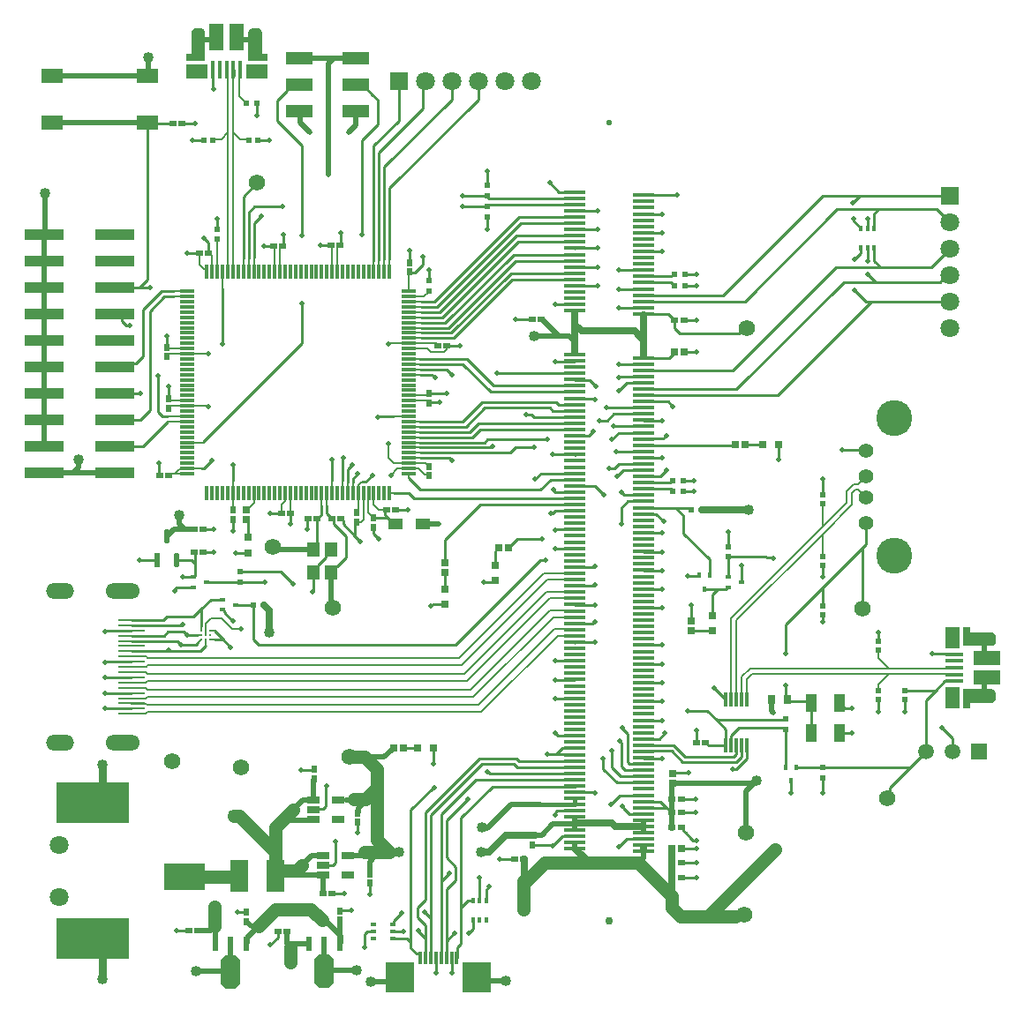
<source format=gtl>
G04*
G04 #@! TF.GenerationSoftware,Altium Limited,Altium Designer,20.0.11 (256)*
G04*
G04 Layer_Physical_Order=1*
G04 Layer_Color=255*
%FSLAX25Y25*%
%MOIN*%
G70*
G01*
G75*
%ADD16C,0.01000*%
%ADD17C,0.00600*%
%ADD31R,0.02165X0.02362*%
%ADD34R,0.04724X0.05512*%
%ADD40R,0.02362X0.02165*%
%ADD48C,0.00984*%
%ADD51R,0.01181X0.05512*%
%ADD52R,0.02267X0.05540*%
G04:AMPARAMS|DCode=53|XSize=55.4mil|YSize=22.67mil|CornerRadius=11.34mil|HoleSize=0mil|Usage=FLASHONLY|Rotation=90.000|XOffset=0mil|YOffset=0mil|HoleType=Round|Shape=RoundedRectangle|*
%AMROUNDEDRECTD53*
21,1,0.05540,0.00000,0,0,90.0*
21,1,0.03273,0.02267,0,0,90.0*
1,1,0.02267,0.00000,0.01636*
1,1,0.02267,0.00000,-0.01636*
1,1,0.02267,0.00000,-0.01636*
1,1,0.02267,0.00000,0.01636*
%
%ADD53ROUNDEDRECTD53*%
%ADD68C,0.06181*%
%ADD82R,0.02362X0.01968*%
%ADD83R,0.02362X0.05512*%
%ADD84R,0.02362X0.07087*%
G04:AMPARAMS|DCode=85|XSize=74.8mil|YSize=125.98mil|CornerRadius=0mil|HoleSize=0mil|Usage=FLASHONLY|Rotation=0.000|XOffset=0mil|YOffset=0mil|HoleType=Round|Shape=Octagon|*
%AMOCTAGOND85*
4,1,8,-0.01870,0.06299,0.01870,0.06299,0.03740,0.04429,0.03740,-0.04429,0.01870,-0.06299,-0.01870,-0.06299,-0.03740,-0.04429,-0.03740,0.04429,-0.01870,0.06299,0.0*
%
%ADD85OCTAGOND85*%

%ADD86R,0.14764X0.03937*%
%ADD87R,0.01575X0.06890*%
%ADD88R,0.05610X0.09843*%
%ADD89R,0.10000X0.05000*%
%ADD90R,0.02756X0.02559*%
%ADD91R,0.03150X0.03150*%
%ADD92R,0.02559X0.02756*%
%ADD93R,0.02559X0.02441*%
%ADD94R,0.02441X0.02559*%
%ADD95R,0.05118X0.02756*%
%ADD96R,0.01968X0.02362*%
%ADD97R,0.05512X0.03937*%
%ADD98R,0.01378X0.05315*%
%ADD99R,0.05315X0.01378*%
%ADD100R,0.08300X0.05500*%
%ADD101R,0.03150X0.03150*%
%ADD102R,0.04331X0.06693*%
%ADD103R,0.27559X0.15748*%
%ADD104R,0.15748X0.09843*%
%ADD105R,0.01575X0.01968*%
%ADD106R,0.01968X0.01575*%
%ADD107R,0.10630X0.11811*%
%ADD108R,0.01181X0.04724*%
%ADD109R,0.01575X0.02008*%
%ADD110R,0.07874X0.01378*%
%ADD111R,0.02756X0.03543*%
%ADD112R,0.02008X0.01575*%
%ADD113R,0.06890X0.01575*%
%ADD114R,0.09843X0.05610*%
%ADD115R,0.10236X0.01102*%
%ADD116R,0.02835X0.02717*%
%ADD117R,0.02717X0.02835*%
%ADD118R,0.07008X0.12402*%
%ADD119C,0.00700*%
%ADD120C,0.02000*%
%ADD121C,0.00800*%
%ADD122C,0.00500*%
%ADD123C,0.02500*%
%ADD124C,0.03000*%
%ADD125C,0.05000*%
%ADD126C,0.01500*%
%ADD127R,0.07874X0.05748*%
%ADD128R,0.05748X0.07874*%
%ADD129O,0.04724X0.06693*%
%ADD130O,0.03937X0.05512*%
%ADD131C,0.07087*%
%ADD132R,0.07087X0.07087*%
%ADD133C,0.02953*%
%ADD134C,0.02165*%
%ADD135C,0.05906*%
%ADD136R,0.05906X0.05906*%
%ADD137R,0.07087X0.07087*%
%ADD138O,0.06693X0.04724*%
%ADD139O,0.05512X0.03937*%
%ADD140C,0.05591*%
%ADD141C,0.13583*%
%ADD142O,0.10630X0.05906*%
%ADD143O,0.12992X0.05906*%
%ADD144C,0.02000*%
%ADD145C,0.04000*%
G36*
X68213Y360658D02*
Y368728D01*
X68221Y368882D01*
X68236Y369032D01*
X68254Y369102D01*
X68276Y369173D01*
X68319Y369315D01*
X68394Y369465D01*
X68476Y369602D01*
X68571Y369728D01*
X68673Y369847D01*
X68795Y369953D01*
X68925Y370051D01*
X69067Y370130D01*
X69213Y370201D01*
X69374Y370252D01*
X69496Y370276D01*
X69642Y370295D01*
X69787Y370303D01*
X71756D01*
X71925Y370295D01*
X72089Y370270D01*
X72244Y370228D01*
X72398Y370169D01*
X72524Y370102D01*
X72646Y370031D01*
X72774Y369935D01*
X72878Y369831D01*
X72980Y369721D01*
X73063Y369602D01*
X73150Y369465D01*
X73213Y369323D01*
X73260Y369197D01*
X73280Y369130D01*
X73295Y369063D01*
X73311Y368984D01*
X73327Y368902D01*
X73331Y368815D01*
Y368728D01*
Y360658D01*
Y357902D01*
X66146D01*
Y360658D01*
X68213D01*
D02*
G37*
G36*
X94787Y360658D02*
Y368728D01*
X94779Y368882D01*
X94764Y369032D01*
X94746Y369102D01*
X94724Y369173D01*
X94681Y369315D01*
X94606Y369465D01*
X94524Y369602D01*
X94429Y369728D01*
X94327Y369847D01*
X94205Y369953D01*
X94075Y370051D01*
X93933Y370130D01*
X93787Y370201D01*
X93626Y370252D01*
X93504Y370276D01*
X93358Y370295D01*
X93213Y370303D01*
X91244D01*
X91075Y370295D01*
X90911Y370270D01*
X90756Y370228D01*
X90602Y370169D01*
X90476Y370102D01*
X90354Y370031D01*
X90226Y369935D01*
X90122Y369831D01*
X90020Y369721D01*
X89937Y369602D01*
X89850Y369465D01*
X89787Y369323D01*
X89740Y369197D01*
X89720Y369130D01*
X89705Y369063D01*
X89689Y368984D01*
X89673Y368902D01*
X89669Y368815D01*
Y368728D01*
Y360658D01*
Y357902D01*
X96854D01*
Y360658D01*
X94787D01*
D02*
G37*
G36*
X362201Y115423D02*
X370272D01*
X370425Y115431D01*
X370575Y115447D01*
X370645Y115464D01*
X370717Y115486D01*
X370858Y115530D01*
X371008Y115604D01*
X371146Y115687D01*
X371272Y115781D01*
X371390Y115884D01*
X371496Y116006D01*
X371595Y116136D01*
X371673Y116278D01*
X371744Y116423D01*
X371795Y116585D01*
X371819Y116707D01*
X371839Y116852D01*
X371847Y116998D01*
Y118966D01*
X371839Y119136D01*
X371813Y119299D01*
X371772Y119455D01*
X371713Y119608D01*
X371646Y119734D01*
X371575Y119856D01*
X371478Y119984D01*
X371374Y120089D01*
X371264Y120191D01*
X371146Y120274D01*
X371008Y120360D01*
X370866Y120423D01*
X370740Y120470D01*
X370673Y120490D01*
X370606Y120506D01*
X370528Y120522D01*
X370445Y120537D01*
X370358Y120541D01*
X370272D01*
X362201D01*
X359445D01*
Y113356D01*
X362201D01*
Y115423D01*
D02*
G37*
G36*
X362201Y141998D02*
X370272D01*
X370425Y141990D01*
X370575Y141974D01*
X370645Y141957D01*
X370717Y141935D01*
X370858Y141892D01*
X371008Y141817D01*
X371146Y141734D01*
X371272Y141640D01*
X371390Y141537D01*
X371496Y141415D01*
X371595Y141285D01*
X371673Y141144D01*
X371744Y140998D01*
X371795Y140837D01*
X371819Y140715D01*
X371839Y140569D01*
X371847Y140423D01*
Y138455D01*
X371839Y138285D01*
X371813Y138122D01*
X371772Y137967D01*
X371713Y137813D01*
X371646Y137687D01*
X371575Y137565D01*
X371478Y137437D01*
X371374Y137333D01*
X371264Y137230D01*
X371146Y137148D01*
X371008Y137061D01*
X370866Y136998D01*
X370740Y136951D01*
X370673Y136931D01*
X370606Y136915D01*
X370528Y136900D01*
X370445Y136884D01*
X370358Y136880D01*
X370272D01*
X362201D01*
X359445D01*
Y144065D01*
X362201D01*
Y141998D01*
D02*
G37*
D16*
X318500Y271500D02*
X323000Y267000D01*
X325000D01*
X320904Y287223D02*
X320941Y287260D01*
X320904Y285404D02*
Y287223D01*
X318500Y283000D02*
X320904Y285404D01*
X314500Y274500D02*
X326500D01*
X323500Y277500D02*
X326500Y274500D01*
X323500Y282500D02*
Y287260D01*
X92968Y337531D02*
Y342000D01*
Y337531D02*
X93000Y337500D01*
X79941Y150531D02*
X80158D01*
X80445Y150244D01*
Y149785D02*
Y150244D01*
Y149785D02*
X83729Y146500D01*
X253811Y60500D02*
X259000D01*
X192650Y296650D02*
X213016D01*
X161000Y265000D02*
X192650Y296650D01*
X160000Y267000D02*
X192012Y299012D01*
X213016D01*
X87831Y306831D02*
X93000Y312000D01*
X87831Y283425D02*
Y306831D01*
X239189Y201169D02*
X245169D01*
X247500Y203500D01*
X306500Y146000D02*
Y148470D01*
X292547Y116000D02*
X302000D01*
X292500Y116047D02*
Y122000D01*
Y145000D02*
X306500Y159000D01*
X321500Y174000D01*
X306500Y152173D02*
Y159000D01*
Y163000D02*
Y167327D01*
X327500Y139238D02*
Y142000D01*
Y139238D02*
X327738Y139000D01*
X327587Y138848D02*
X327738Y139000D01*
X229433Y278900D02*
X239033D01*
X239024Y271760D02*
X239055Y271791D01*
X229433Y271760D02*
X239024D01*
X229433Y264751D02*
X239009D01*
X229588Y243495D02*
X239005D01*
X212988Y273000D02*
X221500D01*
X212921Y237500D02*
X218500D01*
X250689Y89500D02*
X251189Y89000D01*
X212961Y152500D02*
X220500D01*
X212965Y138500D02*
X220500D01*
X212827Y138362D02*
X212965Y138500D01*
X102673Y288000D02*
X103000Y288327D01*
X101732Y187000D02*
X102000Y186732D01*
X183453Y161000D02*
X183500Y161047D01*
X159500Y97953D02*
X160047Y98500D01*
X45388Y125038D02*
X45413Y125012D01*
X35381Y119053D02*
X35486Y119158D01*
X205500Y104000D02*
X205586D01*
X206586Y103000D01*
X212965D01*
X84000Y199500D02*
Y205500D01*
X134000Y199000D02*
X136500Y201500D01*
X132500Y199000D02*
X134000D01*
X105732Y182925D02*
Y187000D01*
X105721Y182913D02*
X105732Y182925D01*
X66500Y285500D02*
X71268D01*
X213016Y81689D02*
X220311D01*
X220500Y81500D01*
X230000Y80500D02*
X238992D01*
X226500Y77000D02*
X230000Y80500D01*
X238992D02*
X239000Y80508D01*
X98000Y187000D02*
X101732D01*
X102000Y186732D02*
X102268Y187000D01*
X89500Y177952D02*
Y184130D01*
X89000Y184630D02*
X89500Y184130D01*
X89453Y172000D02*
X89500Y172047D01*
X85000Y172000D02*
X89453D01*
X102032Y164969D02*
X106500Y160500D01*
X86500Y164969D02*
X102032D01*
X158000Y232232D02*
X158268Y232500D01*
X164500D01*
X150367Y278135D02*
X152635D01*
X150331Y278098D02*
X150367Y278135D01*
X155500Y281000D02*
Y284000D01*
X152635Y278135D02*
X155500Y281000D01*
X117000Y288500D02*
X120768D01*
X95500Y288000D02*
X99268D01*
X72000Y204000D02*
X73000D01*
X76000Y207000D01*
X133500Y23000D02*
Y28000D01*
X134500Y29000D02*
X136760D01*
X133500Y28000D02*
X134500Y29000D01*
X117776Y54000D02*
X121500D01*
X122500Y55000D02*
Y63000D01*
X121500Y54000D02*
X122500Y55000D01*
X76382Y347618D02*
Y354850D01*
Y347618D02*
X76500Y347500D01*
X62500Y29500D02*
X67268D01*
X85503Y36232D02*
X89000D01*
X85271Y36000D02*
X85503Y36232D01*
X100768Y26768D02*
Y29000D01*
X98000Y24000D02*
X100768Y26768D01*
X124283Y36735D02*
X124548Y37000D01*
X128500D01*
X135500Y43000D02*
Y47268D01*
X121232Y43500D02*
X126000D01*
X131000Y66500D02*
Y70268D01*
X119000Y83914D02*
X119125Y84039D01*
X119000Y76500D02*
Y83914D01*
X114276Y75000D02*
X114524Y75249D01*
X117749D01*
X119000Y76500D01*
X114268Y90000D02*
X114500Y90232D01*
X109500Y90000D02*
X114268D01*
X124232Y288500D02*
X124500Y288768D01*
Y293000D01*
X103000Y288327D02*
Y292500D01*
X59000Y249732D02*
Y254000D01*
X59500Y230232D02*
Y235000D01*
X56000Y201768D02*
X56268Y201500D01*
X56000Y201768D02*
Y206000D01*
X114154Y157653D02*
Y164669D01*
X114000Y157500D02*
X114154Y157653D01*
X84000Y180500D02*
Y184768D01*
X112000Y184732D02*
X112268Y185000D01*
X112000Y181000D02*
Y184732D01*
X130000Y178500D02*
X132000Y176500D01*
X125427Y183073D02*
X130000Y178500D01*
Y183268D02*
X130500Y183768D01*
X130000Y178500D02*
Y183268D01*
X132000Y176500D02*
X132000D01*
X125427Y183073D02*
Y184306D01*
X137000Y179500D02*
Y181768D01*
Y179500D02*
X139000Y177500D01*
X145232Y188500D02*
X150000D01*
X158000Y228768D02*
X158232Y229000D01*
X162000D01*
X164732Y250500D02*
X169500D01*
X158000Y274969D02*
X158000Y274969D01*
X158000Y274969D02*
Y279000D01*
X150500Y281732D02*
Y286500D01*
X74732Y285500D02*
Y289268D01*
X73000Y291000D02*
X74732Y289268D01*
X78000Y294468D02*
Y298500D01*
X78000Y298500D02*
X78000Y298500D01*
X68500Y328000D02*
X72827D01*
X64732Y334500D02*
X69500D01*
X93173Y328000D02*
X97500D01*
X104252Y346752D02*
Y347000D01*
X100500Y335500D02*
Y343000D01*
X104252Y347000D02*
X106252Y349000D01*
X100500Y343000D02*
X104252Y346752D01*
X106252Y349000D02*
X111252D01*
X100500Y335500D02*
X110000Y326000D01*
Y292000D02*
Y326000D01*
X136674Y345074D02*
X138500Y343248D01*
Y334000D02*
Y343248D01*
X132748Y349000D02*
X136674Y345074D01*
X136674D01*
X127748Y349000D02*
X132748D01*
X132500Y328000D02*
X138500Y334000D01*
X132500Y292500D02*
Y328000D01*
X137000Y326000D02*
X146500Y335500D01*
X137000Y282500D02*
Y326000D01*
X146500Y335500D02*
Y350500D01*
X124732Y185000D02*
X125427Y184306D01*
X114154Y164669D02*
X116016Y166532D01*
Y167516D01*
X118984Y170484D01*
Y171468D02*
X120846Y173331D01*
X118984Y170484D02*
Y171468D01*
X144335Y98500D02*
X144532D01*
X143850Y98016D02*
X144335Y98500D01*
X143850Y97819D02*
Y98016D01*
X159500Y92500D02*
Y97953D01*
X138500Y223500D02*
X138691Y223691D01*
X139398D01*
X139412Y223705D02*
X144705D01*
X139398Y223691D02*
X139412Y223705D01*
X110000Y251500D02*
Y266500D01*
X72500Y214000D02*
X110000Y251500D01*
X48500Y272500D02*
X52500D01*
X39075D02*
X48500D01*
X51450Y275450D02*
Y334650D01*
X48500Y272500D02*
X51450Y275450D01*
X121319Y199500D02*
Y207343D01*
X80000Y251000D02*
Y272000D01*
X50000Y264000D02*
X57000Y271000D01*
X50000Y246500D02*
Y264000D01*
X57000Y271000D02*
X61500D01*
X39075Y232500D02*
X49000D01*
X57206Y223789D02*
X59059D01*
X59083Y223814D01*
X55500Y225496D02*
X57206Y223789D01*
X55500Y225496D02*
Y239000D01*
X39075Y262500D02*
X40489D01*
X41958Y261032D01*
Y259617D02*
Y261032D01*
Y259617D02*
X43520Y258055D01*
X44945D01*
X45000Y258000D01*
X58000Y269000D02*
X61500D01*
X52500Y226000D02*
Y263500D01*
X58000Y269000D01*
X49000Y222500D02*
X52500Y226000D01*
X39075Y222500D02*
X49000D01*
X72732Y181000D02*
X76500D01*
X72378D02*
X72732D01*
Y172500D02*
X76500D01*
X72378D02*
X72732D01*
X47273Y243773D02*
X50000Y246500D01*
X39075Y242500D02*
X40348Y243773D01*
X47273D01*
X50000Y212500D02*
X59250Y221750D01*
X39075Y212500D02*
X50000D01*
X51600Y334500D02*
X61268D01*
X51450Y334650D02*
X51600Y334500D01*
X139000Y282831D02*
Y323500D01*
X155684Y340184D01*
Y349684D01*
X141000Y283000D02*
Y318000D01*
X166500Y343500D02*
Y350500D01*
X141000Y318000D02*
X166500Y343500D01*
X143000Y283000D02*
Y310000D01*
X176500Y343500D02*
Y350500D01*
X143000Y310000D02*
X176500Y343500D01*
X155684Y349684D02*
X156500Y350500D01*
X91801Y296583D02*
X94552Y299334D01*
X91801Y283588D02*
Y296583D01*
X92000Y303000D02*
X102500D01*
X89839Y300839D02*
X92000Y303000D01*
X89839Y283465D02*
Y300839D01*
X170531Y302969D02*
X180000D01*
X170500Y303000D02*
X170531Y302969D01*
Y307031D02*
X180000D01*
X170500Y307000D02*
X170531Y307031D01*
X180000Y302969D02*
Y303165D01*
X180484Y303650D01*
X180681D01*
X180768Y303736D01*
X213016D01*
X180000Y306835D02*
X180736Y306098D01*
X180000Y294500D02*
X180000Y294500D01*
X180000Y294500D02*
Y299031D01*
X179875Y316354D02*
X180000Y316229D01*
Y310968D02*
Y316229D01*
X180736Y306098D02*
X213016D01*
X84118Y352433D02*
Y354591D01*
X83831Y354878D02*
X84118Y354591D01*
X274051Y234051D02*
X314500Y274500D01*
X239000Y234051D02*
X274051D01*
X119327Y186882D02*
X121209Y185000D01*
X119327Y186882D02*
Y190173D01*
X121209Y185000D02*
X121268D01*
X115791D02*
X117358Y186567D01*
Y190142D01*
X115732Y185000D02*
X115791D01*
X121268D02*
X121944Y184323D01*
Y183055D02*
Y184323D01*
Y183055D02*
X126500Y178500D01*
X115500Y174677D02*
Y184768D01*
X114154Y173331D02*
X115500Y174677D01*
Y184768D02*
X115732Y185000D01*
X126500Y170323D02*
Y178500D01*
X120846Y164669D02*
Y165063D01*
X122709Y166925D01*
X123102D01*
X126500Y170323D01*
X142362Y185232D02*
X144595Y183000D01*
X144988D01*
X141229Y187961D02*
X141768Y188500D01*
X141229Y186365D02*
Y187961D01*
Y186365D02*
X142362Y185232D01*
X137000D02*
X142362D01*
X137000D02*
Y185291D01*
X150331Y194669D02*
X152287Y192713D01*
X144669Y194669D02*
X150331D01*
X152287Y192713D02*
X213016D01*
X150250Y200250D02*
X154500Y196000D01*
X200000D01*
X205023Y209248D02*
X213016D01*
X204771Y209500D02*
X205023Y209248D01*
X204500Y209500D02*
X204771D01*
X129169Y198831D02*
Y200169D01*
X131000Y202000D01*
X127201Y203701D02*
X129000Y205500D01*
X127201Y198799D02*
Y203701D01*
X125309Y207809D02*
X125500Y208000D01*
X125309Y207102D02*
Y207809D01*
X125232Y207025D02*
X125309Y207102D01*
X125232Y199268D02*
Y207025D01*
X188500Y210000D02*
X190500Y212000D01*
X197500D01*
X154500Y210000D02*
X188500D01*
X200000Y196000D02*
X203799Y199799D01*
X155000Y267000D02*
X160000D01*
X155000Y265000D02*
X161000D01*
X155000Y263000D02*
X162000D01*
X190925Y291925D02*
X213016D01*
X162000Y263000D02*
X190925Y291925D01*
X155000Y261000D02*
X163000D01*
X191563Y289563D01*
X213016D01*
X155000Y259000D02*
X164000D01*
X189839Y284839D02*
X213016D01*
X164000Y259000D02*
X189839Y284839D01*
X154831Y257169D02*
X165169D01*
X190476Y282476D01*
X213016D01*
X166201Y255201D02*
X188752Y277752D01*
X154799Y255201D02*
X166201D01*
X188752Y277752D02*
X213016D01*
X167232Y253232D02*
X189390Y275390D01*
X154768Y253232D02*
X167232D01*
X189390Y275390D02*
X213016D01*
X183500Y240000D02*
X183543Y239957D01*
X213016D01*
X164500Y241500D02*
X166500Y239500D01*
X154500Y241500D02*
X164500D01*
X154500Y239500D02*
X159000D01*
X160135Y238365D01*
X172142Y245358D02*
X182268Y235232D01*
X154358Y245358D02*
X172142D01*
X182268Y235232D02*
X213016D01*
X154390Y243390D02*
X170610D01*
X181130Y232870D01*
X213016D01*
X170736Y221736D02*
X178000Y229000D01*
X154236Y221736D02*
X170736D01*
X178000Y229000D02*
X178552D01*
X178552Y229000D02*
X206000D01*
X178552Y229000D02*
X178552Y229000D01*
X206000D02*
X206854Y228146D01*
X171768Y219768D02*
X179000Y227000D01*
X203500D02*
X204716Y225783D01*
X179000Y227000D02*
X203500D01*
X154268Y219768D02*
X171768D01*
X173299Y217799D02*
X176500Y221000D01*
X154299Y217799D02*
X173299D01*
X154331Y215831D02*
X174331D01*
X177197Y218697D02*
X213016D01*
X174331Y215831D02*
X177197Y218697D01*
X166425Y207115D02*
X166625D01*
X165539Y208000D02*
X166425Y207115D01*
X154500Y208000D02*
X165539D01*
X225000Y226965D02*
X239000D01*
X154362Y213862D02*
X178862D01*
X180000Y215000D01*
X202500D01*
X181123Y211894D02*
X181729Y212500D01*
X154394Y211894D02*
X181123D01*
X181729Y212500D02*
X182000D01*
X194500Y224500D02*
X196500D01*
X197579Y223421D01*
X204716Y225783D02*
X213016D01*
X206854Y228146D02*
X213016D01*
X197579Y223421D02*
X213016D01*
X176500Y221000D02*
X189608D01*
X189667Y221059D01*
X213016D01*
X91500Y139500D02*
X93500Y137500D01*
X91500Y152469D02*
X91531Y152500D01*
X91500Y139500D02*
Y152469D01*
X258768Y100500D02*
X259000Y100732D01*
Y105000D01*
X266500Y109000D02*
X270063Y105437D01*
Y99339D02*
Y105437D01*
X266500Y109000D02*
X291430D01*
X251765Y188424D02*
X254000Y186189D01*
X251020Y189169D02*
X251765Y188424D01*
X254000Y179500D02*
X263968Y169532D01*
X254000Y179500D02*
Y186189D01*
X256547Y188984D02*
X257031Y188500D01*
X255950Y188984D02*
X256547D01*
X255765Y189169D02*
X255950Y188984D01*
X251020Y189169D02*
X255765D01*
X325000Y267000D02*
X354500D01*
X239000Y231689D02*
X289689D01*
X325000Y267000D01*
X312000Y302000D02*
X334750D01*
X239000Y267122D02*
X277122D01*
X312000Y302000D01*
X289953Y207547D02*
Y213000D01*
Y207547D02*
X290000Y207500D01*
X277370Y213000D02*
X284047D01*
X284048Y213000D01*
X183000Y167452D02*
Y172635D01*
X183252Y172886D01*
Y173221D01*
X184031Y174000D01*
X184130D01*
X164000Y158452D02*
Y164630D01*
X164000Y164630D02*
X164000Y164630D01*
X159318Y152547D02*
X164000D01*
X158771Y152000D02*
X159318Y152547D01*
X158500Y152000D02*
X158771D01*
X178500Y161000D02*
X182453D01*
X292500Y116047D02*
X292547Y116000D01*
X314815Y113500D02*
X317500D01*
X312815Y115500D02*
X314815Y113500D01*
X337500Y112188D02*
Y116827D01*
X327500Y112000D02*
Y116827D01*
X272638Y241138D02*
X311500Y280000D01*
X239000Y241138D02*
X272638D01*
X311500Y280000D02*
X335500D01*
X239000Y269484D02*
X268984D01*
X306500Y307000D02*
X327500D01*
X268984Y269484D02*
X306500Y307000D01*
X200000Y169500D02*
X202000D01*
X93500Y137500D02*
X168000D01*
X200000Y169500D01*
X212933Y155000D02*
X213016Y154917D01*
X213012Y162000D02*
X213016Y162004D01*
X306416Y170757D02*
X306500Y170673D01*
X345500Y116500D02*
X349173Y120173D01*
X352592Y123592D01*
X337500Y120173D02*
X349173D01*
X345500Y97000D02*
Y116500D01*
X352592Y123592D02*
X356394D01*
X253672Y93000D02*
X273813D01*
X239000Y97043D02*
X239162Y97206D01*
X273984Y99323D02*
X274000Y99339D01*
X272984Y95000D02*
X273984Y96000D01*
Y99323D01*
X254500Y95000D02*
X272984D01*
X275969Y99339D02*
X275984Y99323D01*
Y95172D02*
Y99323D01*
X273813Y93000D02*
X275984Y95172D01*
X239000Y99405D02*
X239189Y99217D01*
X243615D01*
X243626Y99205D01*
X239162Y97206D02*
X249466D01*
X243626Y99205D02*
X250294D01*
X254500Y95000D01*
X249466Y97206D02*
X253672Y93000D01*
X239000Y78146D02*
X245354D01*
X239000Y75783D02*
X247716D01*
X245354Y78146D02*
X247716Y75783D01*
X248780Y74721D01*
X248890D01*
X249610Y74000D01*
X256589Y64411D02*
X257500Y63500D01*
X253854Y67146D02*
X254766Y66234D01*
X254766D01*
X256589Y64411D01*
X257500Y63500D02*
X259000D01*
X253075Y68500D02*
X253134D01*
X253854Y67779D01*
Y67146D02*
Y67779D01*
X233579Y73421D02*
X239000D01*
X231000Y76500D02*
X231191Y76309D01*
Y75809D02*
X233579Y73421D01*
X231191Y75809D02*
Y76309D01*
X232472Y63972D02*
X239000D01*
X229500Y61000D02*
X232472Y63972D01*
X208154Y65153D02*
X213016D01*
X204500Y61500D02*
X208154Y65153D01*
X198000Y61768D02*
X204232D01*
X204500Y61500D01*
X253232Y79000D02*
X258500D01*
X278000Y94500D02*
Y99276D01*
X272500Y90500D02*
X272518Y90518D01*
X274018D01*
X278000Y94500D01*
X277937Y99339D02*
X278000Y99276D01*
X292016Y109287D02*
X292500Y109772D01*
X222270Y222174D02*
X225174D01*
X227602Y224602D02*
X239000D01*
X225174Y222174D02*
X227602Y224602D01*
X156500Y26500D02*
X156579Y26421D01*
Y19079D02*
Y26421D01*
X166421Y13579D02*
Y19079D01*
Y13579D02*
X166500Y13500D01*
X151000Y22811D02*
Y25000D01*
X154610Y19079D02*
Y20586D01*
X153134Y20677D02*
X154520D01*
X154610Y20586D01*
X151000Y22811D02*
X153134Y20677D01*
X144240Y26441D02*
X149559D01*
X151000Y25000D01*
Y75000D01*
X227000Y91000D02*
X230205Y87796D01*
X234977D01*
X227000Y91000D02*
Y97500D01*
X156500Y74000D02*
X177000Y94500D01*
X191000D02*
X192000Y93500D01*
X177000Y94500D02*
X191000D01*
X180995Y88776D02*
X213016D01*
X180000Y89500D02*
X180271D01*
X180995Y88776D01*
X190000Y92500D02*
X191362Y91138D01*
X178000Y92500D02*
X190000D01*
X191362Y91138D02*
X213016D01*
X158547Y73047D02*
X178000Y92500D01*
X192000Y93500D02*
X213016D01*
X244753Y101753D02*
X247000Y104000D01*
X265724Y121000D02*
X270063Y116661D01*
X265500Y121000D02*
X265724D01*
X60271Y135000D02*
X71500D01*
X73500Y137000D01*
X45465Y144748D02*
X64932D01*
X69157Y162969D02*
X69622Y163433D01*
X65000Y163000D02*
X65031Y162969D01*
X68941D01*
X64306Y137515D02*
X70015D01*
X63021Y138800D02*
X64306Y137515D01*
X45507Y138800D02*
X63021D01*
X45465Y138842D02*
X45507Y138800D01*
X59500Y135500D02*
X59771D01*
X60271Y135000D01*
X50478Y134957D02*
X50521Y135000D01*
X45465Y134906D02*
X45516Y134957D01*
X50521Y135000D02*
X58729D01*
X45516Y134957D02*
X50478D01*
X58729Y135000D02*
X59229Y135500D01*
X59252Y142252D02*
X65248D01*
X45465Y140811D02*
X57811D01*
X59252Y142252D01*
X65248D02*
X66500Y141000D01*
X70500D01*
X57717Y146716D02*
X59000Y148000D01*
X45465Y146716D02*
X57717D01*
X59000Y148000D02*
X69000D01*
X70015Y137515D02*
X70500Y138000D01*
X231000Y105729D02*
X233000Y103729D01*
X231000Y105729D02*
Y106000D01*
X219958Y166728D02*
X220229Y167000D01*
X213016Y166728D02*
X219958D01*
X219642Y159642D02*
X220000Y160000D01*
X213016Y159642D02*
X219642D01*
X219698Y145468D02*
X220229Y146000D01*
X213016Y145468D02*
X219698D01*
X220229Y146000D02*
X220500D01*
X213016Y209248D02*
X213140Y209124D01*
X220229Y167000D02*
X220500D01*
X204000Y187000D02*
X204524D01*
X205512Y187988D01*
X203799Y199799D02*
X213016D01*
X205000Y195650D02*
Y196000D01*
Y195650D02*
X205575Y195075D01*
X246500Y184000D02*
X246500D01*
X239000Y186807D02*
X239027Y186780D01*
X243720D01*
X246500Y184000D01*
X230500Y195000D02*
X231606Y193894D01*
X239000D01*
X226000Y204000D02*
X228000D01*
X229705Y205705D01*
X239047Y215200D02*
X246200D01*
X247500Y216500D01*
X239000Y215154D02*
X239047Y215200D01*
X227070Y215000D02*
X229586Y217516D01*
X227000Y215000D02*
X227070D01*
X213016Y216335D02*
X218335D01*
X220000Y218000D01*
X213016Y230508D02*
X213024Y230500D01*
X219729D01*
X220229Y230000D01*
X220500D01*
X218500Y237500D02*
X221000Y235000D01*
X248129Y229372D02*
X250000Y227500D01*
X239045Y229372D02*
X248129D01*
X239000Y229327D02*
X239045Y229372D01*
X229500Y233500D02*
X232413Y236413D01*
X239000D01*
Y243500D02*
X239005Y243495D01*
X221017Y294287D02*
X221229Y294500D01*
X213016Y294287D02*
X221017D01*
X220930Y287201D02*
X221229Y287500D01*
X213016Y287201D02*
X220930D01*
X213016Y280114D02*
X221386D01*
X221500Y280000D01*
X239000Y264760D02*
X239009Y264751D01*
X239000Y271847D02*
X239055Y271791D01*
X239000Y278933D02*
X239033Y278900D01*
X212988Y273000D02*
X213016Y273028D01*
X221229Y287500D02*
X221500D01*
X213016Y301374D02*
X213079Y301437D01*
X221437D01*
X221500Y301500D01*
X221229Y294500D02*
X221500D01*
X250000Y88811D02*
X250689Y89500D01*
X249151Y87962D02*
X250000Y88811D01*
X203500Y312000D02*
X207039Y308461D01*
X213016D01*
X71925Y150925D02*
Y150925D01*
Y144500D02*
Y150925D01*
X75468Y154469D02*
X79941D01*
X71925Y150925D02*
X75468Y154469D01*
X69000Y148000D02*
X71925Y150925D01*
X276824Y257000D02*
X278000D01*
X274824Y255000D02*
X276824Y257000D01*
X252500Y255000D02*
X274824D01*
X250630Y256870D02*
Y260000D01*
Y256870D02*
X252500Y255000D01*
X306409Y91059D02*
X306500D01*
X296468D02*
X306409D01*
X292500Y91091D02*
X292531Y91059D01*
X292441Y105420D02*
X292500Y105360D01*
Y91091D02*
Y105360D01*
X291717Y109287D02*
X292016D01*
X291430Y109000D02*
X291717Y109287D01*
X275000Y106000D02*
X292500D01*
X263000Y112500D02*
X266500Y109000D01*
X285198Y170531D02*
X285229Y170500D01*
X287729Y170000D02*
X288000D01*
X287229Y170500D02*
X287729Y170000D01*
X285229Y170500D02*
X287229D01*
X271000Y170531D02*
X285198D01*
X251189Y89000D02*
X256000D01*
X257000Y146370D02*
Y152500D01*
X255500Y112500D02*
X263000D01*
X212937Y247232D02*
Y247620D01*
Y247232D02*
X213016Y247154D01*
Y247043D02*
Y247154D01*
X239000Y245862D02*
X248571D01*
X249791Y247083D01*
X249850D01*
X250709Y247941D01*
Y248000D01*
X239000Y262398D02*
X248232D01*
X249850Y260780D01*
Y260720D02*
Y260780D01*
Y260720D02*
X250571Y260000D01*
X250630D01*
X158547Y33993D02*
Y73047D01*
X263539Y99339D02*
X270063D01*
X262362Y100516D02*
X263539Y99339D01*
X164500Y25500D02*
Y45000D01*
X168000Y48500D02*
Y53500D01*
X164500Y45000D02*
X168000Y48500D01*
X164500Y57000D02*
Y70914D01*
Y57000D02*
X168000Y53500D01*
X162500Y40000D02*
Y48000D01*
X165500Y51000D01*
X162500Y48000D02*
Y73500D01*
X159500Y83500D02*
X160000D01*
X151000Y75000D02*
X159500Y83500D01*
X76925Y142575D02*
X80075Y139425D01*
X83000Y136500D01*
X77000Y139425D02*
X80075D01*
X83729Y146500D02*
X84000D01*
X48530Y169470D02*
X55260D01*
X48500Y169500D02*
X48530Y169470D01*
X205500Y73000D02*
Y74000D01*
X206102Y74602D01*
X213016D01*
X190268Y56500D02*
X190556D01*
X184500D02*
X190268D01*
X160516Y13516D02*
Y19079D01*
X160500Y13500D02*
X160516Y13516D01*
X233032Y191532D02*
X239000D01*
X230500Y189000D02*
X233032Y191532D01*
X230500Y183000D02*
Y189000D01*
X177350Y190350D02*
X213016D01*
X164000Y177000D02*
X177350Y190350D01*
X191370Y177500D02*
X200500D01*
X187870Y174000D02*
X187969D01*
X188748Y174779D01*
Y174878D01*
X191370Y177500D01*
X213016Y197437D02*
X220563D01*
X224000Y194000D01*
X164000Y168370D02*
Y177000D01*
X239000Y212791D02*
X273421D01*
X273630Y213000D01*
X177000Y40740D02*
Y49500D01*
X179559Y40740D02*
Y44914D01*
X180500Y45855D01*
Y46000D01*
X170000Y38000D02*
Y72000D01*
Y24500D02*
Y38000D01*
X174440Y40739D02*
X174441Y40740D01*
X172739Y40739D02*
X174440D01*
X170000Y38000D02*
X172739Y40739D01*
X168480Y22980D02*
X170000Y24500D01*
X168480Y19169D02*
Y22980D01*
X168390Y19079D02*
X168480Y19169D01*
X174441Y29941D02*
Y33260D01*
X173000Y28500D02*
X174441Y29941D01*
X144240Y31559D02*
X144309D01*
X144596Y31846D01*
Y33096D01*
X147500Y36000D01*
X144257Y29017D02*
X148123D01*
X144240Y29000D02*
X144257Y29017D01*
X162500Y19094D02*
Y40000D01*
X153900Y29100D02*
Y29300D01*
Y29100D02*
X156500Y26500D01*
Y31500D01*
X153500Y34500D02*
X156500Y31500D01*
X153500Y34500D02*
Y38000D01*
X148468Y98500D02*
X153548D01*
X164500Y25500D02*
X167323Y28323D01*
X167463D01*
X164500Y19126D02*
Y25500D01*
X170000Y72000D02*
X181862Y83862D01*
X156107Y36434D02*
X158547Y33993D01*
Y19079D02*
Y33993D01*
X153500Y38000D02*
X156500Y41000D01*
Y74000D01*
X162484Y19079D02*
X162500Y19094D01*
Y40000D02*
X162500Y40000D01*
X181862Y83862D02*
X213205D01*
X164453Y19079D02*
X164500Y19126D01*
Y70914D02*
X172586Y79000D01*
X162500Y73500D02*
X175413Y86413D01*
X172586Y79000D02*
X172638D01*
X306500Y194122D02*
Y200000D01*
X322917Y175417D02*
Y183221D01*
X321500Y174000D02*
X322917Y175417D01*
X292500Y134000D02*
Y145000D01*
X321500Y151000D02*
Y174000D01*
X206000Y96000D02*
X212878D01*
X202500D02*
X206000D01*
X208224Y98224D02*
X213016D01*
X206000Y96000D02*
X208224Y98224D01*
X212965Y103000D02*
X213016Y102949D01*
X223500Y90500D02*
Y94500D01*
X228768Y85232D02*
X239000D01*
X223500Y90500D02*
X228768Y85232D01*
X175413Y86413D02*
X213016D01*
Y84051D02*
X213205Y83862D01*
X198000Y200000D02*
X200161Y202161D01*
X231343Y203343D02*
X239000D01*
X229000Y201000D02*
X231343Y203343D01*
X229705Y205705D02*
X239000D01*
X200161Y202161D02*
X213016D01*
X238929Y210500D02*
X239000Y210429D01*
X228500Y210500D02*
X238929D01*
X229586Y217516D02*
X239000D01*
X238878Y220000D02*
X239000Y219878D01*
X227500Y220000D02*
X238878D01*
X212921Y237500D02*
X213016Y237595D01*
X230046Y238776D02*
X239000D01*
X229771Y238500D02*
X230046Y238776D01*
X229500Y238500D02*
X229771D01*
X238811Y87783D02*
X239000Y87594D01*
X234989Y87783D02*
X238811D01*
X234977Y87796D02*
X234989Y87783D01*
X230000Y100729D02*
Y101000D01*
X230500Y91500D02*
Y100229D01*
X230000Y100729D02*
X230500Y100229D01*
Y91500D02*
X232043Y89957D01*
X239000D01*
X233000Y92905D02*
Y103729D01*
X233586Y92319D02*
X239000D01*
X233000Y92905D02*
X233586Y92319D01*
X35771Y113500D02*
X36019Y113252D01*
X45465D01*
X35500Y113500D02*
X35771D01*
X45413Y119106D02*
X45465Y119158D01*
X40451Y119106D02*
X45413D01*
X40397Y119053D02*
X40451Y119106D01*
X35500Y119053D02*
X40397D01*
X35500Y125038D02*
X45388D01*
X35643Y130968D02*
X45465D01*
X35500Y130825D02*
X35643Y130968D01*
X35771Y142500D02*
X36050Y142780D01*
X45465D01*
X35500Y142500D02*
X35771D01*
X45465Y130968D02*
X45491Y130942D01*
X35334Y125038D02*
X35372Y125000D01*
X45413Y125012D02*
X45465Y125063D01*
X326500Y274500D02*
X350871D01*
X320941Y287063D02*
Y287260D01*
X323500Y294740D02*
Y298500D01*
X318125Y297674D02*
Y298375D01*
Y297674D02*
X321000Y294799D01*
X318000Y304500D02*
X318000D01*
X320500Y307000D01*
X327500D02*
X354500D01*
X62021Y157771D02*
Y158521D01*
X62532Y159031D01*
X68941D01*
X95912Y161047D02*
X96025Y161160D01*
X86500Y161047D02*
X95912D01*
X69622Y168171D02*
Y172500D01*
Y163433D02*
Y168171D01*
X62740Y169470D02*
X68323D01*
X69622Y168171D01*
X74059Y161000D02*
X74106Y161047D01*
X86500D01*
X85059Y152500D02*
X91047D01*
X91047Y152500D01*
X239000Y307279D02*
X239189Y307469D01*
X242991D01*
X243023Y307500D01*
X251500D01*
X276059Y161000D02*
Y167441D01*
X276000Y167500D02*
X276059Y167441D01*
X335500Y280000D02*
X347500D01*
X326059Y282441D02*
X328500Y280000D01*
X347500D02*
X354500Y287000D01*
X353371Y277000D02*
X354500D01*
X350871Y274500D02*
X353371Y277000D01*
X326059Y282441D02*
Y287260D01*
X334750Y302000D02*
X349500D01*
X326059Y294740D02*
Y300309D01*
X327750Y302000D01*
X320941Y294740D02*
X321000Y294799D01*
X349500Y302000D02*
X354500Y297000D01*
X239000Y274209D02*
X249265D01*
X249850Y273623D01*
Y273484D02*
Y273623D01*
Y273484D02*
X250335Y273000D01*
X250532D01*
X239000Y276571D02*
X249406D01*
X250335Y277500D01*
X250532D01*
X239000Y196256D02*
X249079D01*
X249835Y195500D01*
X250031D01*
X239000Y198618D02*
X248953D01*
X249835Y199500D01*
X250031D01*
X355500Y97000D02*
Y102000D01*
X351500Y106000D02*
X355500Y102000D01*
X272031Y99339D02*
Y103032D01*
X275000Y106000D01*
X239000Y189169D02*
X251020D01*
X263968Y163559D02*
Y169532D01*
X271000Y163028D02*
Y170531D01*
X270941Y162969D02*
X271000Y163028D01*
X265000Y148453D02*
Y156500D01*
X266941Y158441D02*
X270134D01*
X265000Y156500D02*
X266941Y158441D01*
X262000D02*
X266941D01*
X270134D02*
X270724Y159031D01*
X270941D01*
X257000Y142630D02*
X264917D01*
X265000Y142548D01*
X302185Y104000D02*
Y115500D01*
X331000Y79500D02*
X331746Y80246D01*
Y83246D01*
X339469Y90969D01*
X306500D02*
X339469D01*
X345500Y97000D01*
X160516Y19079D02*
X160571Y19134D01*
X190500Y260500D02*
X196768D01*
X72378Y172500D02*
X72378Y172500D01*
X72378Y181000D02*
X72378Y181000D01*
X289453Y213000D02*
X289500Y212953D01*
X212957Y266000D02*
X213016Y265941D01*
X205500Y266000D02*
X212957D01*
X212827Y287012D02*
X213016Y287201D01*
X239000Y300193D02*
X239039Y300154D01*
X246000D01*
X239000Y293106D02*
X239029Y293077D01*
X246000D01*
X239000Y286020D02*
X239020Y286000D01*
X246000D01*
X254468Y273000D02*
X254468Y273000D01*
X259000D01*
X254468Y277500D02*
X259000D01*
X259000Y277500D01*
X254331Y248000D02*
X259000D01*
X254095Y260000D02*
X259000D01*
X239000Y222240D02*
X239058Y222182D01*
X246000D01*
X239000Y208067D02*
X239067Y208000D01*
X246000D01*
X239000Y200980D02*
X239189Y201169D01*
X239000Y179720D02*
X239050Y179671D01*
X246000D01*
X239000Y172634D02*
X239134Y172500D01*
X246000D01*
X239000Y165547D02*
X239047Y165500D01*
X246000D01*
X239000Y158461D02*
X239039Y158500D01*
X246000D01*
X239000Y151374D02*
X239126Y151500D01*
X246000D01*
X212835Y244500D02*
X213016Y244681D01*
X205500Y244500D02*
X212835D01*
X205575Y195075D02*
X213016D01*
X205512Y187988D02*
X213016D01*
X205683Y180902D02*
X213016D01*
X205572Y180790D02*
X205683Y180902D01*
X205563Y173815D02*
X213016D01*
X205553Y173825D02*
X205563Y173815D01*
X212961Y152500D02*
X213016Y152555D01*
X239000Y130114D02*
X239114Y130000D01*
X245500D01*
X239000Y137201D02*
X239001Y137202D01*
X245350D01*
X212827Y138193D02*
X213016Y138382D01*
X212827Y131484D02*
X213016Y131295D01*
X209009Y131484D02*
X212827D01*
X208993Y131500D02*
X209009Y131484D01*
X205500Y131500D02*
X208993D01*
X212827Y124020D02*
X213016Y124209D01*
X209013Y124020D02*
X212827D01*
X208993Y124000D02*
X209013Y124020D01*
X205500Y124000D02*
X208993D01*
X239000Y115941D02*
X239059Y116000D01*
X245500D01*
X239000Y123028D02*
X239028Y123000D01*
X245500D01*
X239000Y108854D02*
X245590D01*
X245644Y108800D01*
X239000Y101768D02*
X239015Y101753D01*
X244753D01*
X212894Y117000D02*
X213016Y117122D01*
X205500Y117000D02*
X212894D01*
X239000Y94681D02*
X239181Y94500D01*
X245500D01*
X212878Y96000D02*
X213016Y95862D01*
X253969Y195500D02*
X253969Y195500D01*
X258000D01*
X253969Y199500D02*
X253969Y199500D01*
X258000D01*
X322697Y211000D02*
X322917Y210780D01*
X314000Y211000D02*
X322697D01*
X271000Y174469D02*
X271000Y174469D01*
X271000Y174469D02*
Y180000D01*
X259972Y163500D02*
X260032Y163559D01*
X255500Y163500D02*
X259972D01*
X356222Y134000D02*
X356394Y133829D01*
X348000Y134000D02*
X356222D01*
X312815Y104000D02*
X317500D01*
X306500Y87032D02*
X306500Y87032D01*
Y81500D02*
Y87032D01*
X294500Y81500D02*
Y85941D01*
X253232Y74000D02*
X258500D01*
X253732Y55000D02*
X259000D01*
X253732Y49500D02*
X259000D01*
X31032Y26409D02*
X31441Y26000D01*
D17*
X83894Y284536D02*
X84000Y284642D01*
X171300Y126300D02*
X202279Y157280D01*
X213016D01*
X201366Y164366D02*
X213016D01*
X169269Y132269D02*
X201366Y164366D01*
X50993Y115007D02*
X51446Y114553D01*
X45678Y115007D02*
X50993D01*
X45465Y115220D02*
X45678Y115007D01*
X45676Y111495D02*
X50995D01*
X45465Y111284D02*
X45676Y111495D01*
X206421Y140744D02*
X213016D01*
X177630Y111953D02*
X206421Y140744D01*
X212778Y143344D02*
X213016Y143106D01*
X205344Y143344D02*
X212778D01*
X176553Y114553D02*
X205344Y143344D01*
X51454Y111953D02*
X177630D01*
X50995Y111495D02*
X51454Y111953D01*
X51446Y114553D02*
X176553D01*
X45590Y121000D02*
X51000D01*
X45465Y121126D02*
X45590Y121000D01*
X45465Y117189D02*
X51030D01*
X204749Y147831D02*
X213016D01*
X174713Y117795D02*
X204749Y147831D01*
X212778Y150431D02*
X213016Y150193D01*
X203672Y150431D02*
X212778D01*
X173636Y120395D02*
X203672Y150431D01*
X51636Y117795D02*
X174713D01*
X51030Y117189D02*
X51636Y117795D01*
X51605Y120395D02*
X173636D01*
X51000Y121000D02*
X51605Y120395D01*
X45496Y127000D02*
X51000D01*
X45465Y127032D02*
X45496Y127000D01*
X45559Y123000D02*
X51000D01*
X45465Y123094D02*
X45559Y123000D01*
X203594Y154917D02*
X213016D01*
X172377Y123700D02*
X203594Y154917D01*
X51700Y123700D02*
X172377D01*
X51000Y123000D02*
X51700Y123700D01*
Y126300D02*
X171300D01*
X51000Y127000D02*
X51700Y126300D01*
X51731Y132269D02*
X169269D01*
X45465Y132937D02*
X45533Y132869D01*
X51131D01*
X51731Y132269D01*
X45568Y129103D02*
X51103D01*
X51669Y129668D02*
X170345D01*
X45465Y129000D02*
X45568Y129103D01*
X51103D02*
X51669Y129668D01*
X202677Y162000D02*
X213012D01*
X170345Y129668D02*
X202677Y162000D01*
X273816Y116846D02*
X274000Y116661D01*
D31*
X93173Y328000D02*
D03*
X89827D02*
D03*
X72827D02*
D03*
X76173D02*
D03*
D34*
X114154Y164669D02*
D03*
X120846D02*
D03*
Y173331D02*
D03*
X114154D02*
D03*
D40*
X327587Y135502D02*
D03*
Y138848D02*
D03*
X306500Y194122D02*
D03*
Y190776D02*
D03*
Y167327D02*
D03*
Y170673D02*
D03*
X327500Y116827D02*
D03*
Y120173D02*
D03*
X306500Y148827D02*
D03*
Y152173D02*
D03*
X337500Y116827D02*
D03*
Y120173D02*
D03*
D48*
X75075Y139425D02*
D03*
X73500D02*
D03*
X71925D02*
D03*
X75075Y141000D02*
D03*
X73500D02*
D03*
X71925D02*
D03*
X75075Y142575D02*
D03*
X73500D02*
D03*
X71925D02*
D03*
D51*
X270063Y99339D02*
D03*
X272031D02*
D03*
X274000D02*
D03*
X275969D02*
D03*
X277937D02*
D03*
Y116661D02*
D03*
X275969D02*
D03*
X274000D02*
D03*
X272031D02*
D03*
X270063D02*
D03*
D52*
X55260Y169470D02*
D03*
D53*
X62740D02*
D03*
X59000Y178530D02*
D03*
D68*
X93000Y312000D02*
D03*
X99000Y174500D02*
D03*
X121500Y151500D02*
D03*
X278000Y257000D02*
D03*
X61000Y93500D02*
D03*
X277500Y66500D02*
D03*
X128000Y95000D02*
D03*
X321500Y151000D02*
D03*
X87000Y91000D02*
D03*
X277000Y35500D02*
D03*
X331000Y79500D02*
D03*
D82*
X92968Y342000D02*
D03*
X89031D02*
D03*
X91531Y152500D02*
D03*
X95468D02*
D03*
X260968Y188500D02*
D03*
X257031D02*
D03*
X250031Y199500D02*
D03*
X253969D02*
D03*
X250031Y195500D02*
D03*
X253969D02*
D03*
X250532Y277500D02*
D03*
X254468D02*
D03*
X250532Y273000D02*
D03*
X254468D02*
D03*
D83*
X124311Y24500D02*
D03*
X112500D02*
D03*
X77095Y24480D02*
D03*
X88906D02*
D03*
D84*
X118405Y23713D02*
D03*
X83000Y23693D02*
D03*
D85*
X118405Y13870D02*
D03*
X83000Y13850D02*
D03*
D86*
X12500Y262500D02*
D03*
X39075D02*
D03*
X12500Y252500D02*
D03*
Y242500D02*
D03*
X39075Y252500D02*
D03*
Y242500D02*
D03*
X12500Y232500D02*
D03*
Y222500D02*
D03*
Y212500D02*
D03*
Y202500D02*
D03*
X39075Y232500D02*
D03*
Y222500D02*
D03*
Y212500D02*
D03*
Y202500D02*
D03*
Y272500D02*
D03*
Y282500D02*
D03*
Y292500D02*
D03*
X12500Y272500D02*
D03*
Y282500D02*
D03*
Y292500D02*
D03*
D87*
X81500Y354850D02*
D03*
X84059D02*
D03*
X86618D02*
D03*
X78941D02*
D03*
X76382D02*
D03*
D88*
X85289Y366957D02*
D03*
X77711D02*
D03*
D89*
X130248Y339000D02*
D03*
X108752D02*
D03*
X130248Y349000D02*
D03*
X108752D02*
D03*
X130248Y359000D02*
D03*
X108752D02*
D03*
D90*
X144630Y98500D02*
D03*
X148370D02*
D03*
X184130Y174000D02*
D03*
X187870D02*
D03*
X277370Y213000D02*
D03*
X273630D02*
D03*
D91*
X89500Y177952D02*
D03*
Y172047D02*
D03*
X183000Y167452D02*
D03*
Y161547D02*
D03*
X164000Y158452D02*
D03*
Y152547D02*
D03*
X265000Y142548D02*
D03*
Y148453D02*
D03*
D92*
X89000Y184630D02*
D03*
Y188370D02*
D03*
X164000Y164630D02*
D03*
Y168370D02*
D03*
X257000Y142630D02*
D03*
Y146370D02*
D03*
D93*
X124232Y288500D02*
D03*
X120768D02*
D03*
X102732Y288000D02*
D03*
X99268D02*
D03*
X70732Y29500D02*
D03*
X67268D02*
D03*
X104232Y29000D02*
D03*
X100768D02*
D03*
X117768Y43500D02*
D03*
X121232D02*
D03*
X164732Y250500D02*
D03*
X161268D02*
D03*
X74732Y285500D02*
D03*
X71268D02*
D03*
X56268Y201500D02*
D03*
X59732D02*
D03*
X115732Y185000D02*
D03*
X112268D02*
D03*
X121268D02*
D03*
X124732D02*
D03*
X145232Y188500D02*
D03*
X141768D02*
D03*
X61268Y334500D02*
D03*
X64732D02*
D03*
X105732Y187000D02*
D03*
X102268D02*
D03*
X69268Y172500D02*
D03*
X72732D02*
D03*
X69268Y181000D02*
D03*
X72732D02*
D03*
X262232Y100500D02*
D03*
X258768D02*
D03*
X253075Y79000D02*
D03*
X249610D02*
D03*
X253075Y68500D02*
D03*
X249610D02*
D03*
X253075Y74000D02*
D03*
X249610D02*
D03*
X190268Y56500D02*
D03*
X193732D02*
D03*
X254095Y260000D02*
D03*
X250630D02*
D03*
X196768Y260500D02*
D03*
X200232D02*
D03*
X253075Y49500D02*
D03*
X249610D02*
D03*
X253075Y55000D02*
D03*
X249610D02*
D03*
D94*
X150500Y281732D02*
D03*
Y278268D02*
D03*
X89000Y32768D02*
D03*
Y36232D02*
D03*
X124283Y33271D02*
D03*
Y36735D02*
D03*
X135500Y50732D02*
D03*
Y47268D02*
D03*
X131000Y73732D02*
D03*
Y70268D02*
D03*
X114500Y86768D02*
D03*
Y90232D02*
D03*
X130500Y183768D02*
D03*
Y187232D02*
D03*
X158000Y201268D02*
D03*
Y204732D02*
D03*
Y228768D02*
D03*
Y232232D02*
D03*
X59000Y249732D02*
D03*
Y246268D02*
D03*
X59500Y230232D02*
D03*
Y226768D02*
D03*
X137000Y181768D02*
D03*
Y185232D02*
D03*
X84000Y188232D02*
D03*
Y184768D02*
D03*
X197000Y61768D02*
D03*
Y65232D02*
D03*
D95*
X114276Y78740D02*
D03*
Y75000D02*
D03*
Y71260D02*
D03*
X123724D02*
D03*
Y78740D02*
D03*
X117776Y57740D02*
D03*
Y54000D02*
D03*
Y50260D02*
D03*
X127224D02*
D03*
Y57740D02*
D03*
D96*
X158000Y274969D02*
D03*
Y271031D02*
D03*
X78000Y294468D02*
D03*
Y290531D02*
D03*
X86500Y164969D02*
D03*
Y161031D02*
D03*
X180000Y310968D02*
D03*
Y307031D02*
D03*
X271000Y174469D02*
D03*
Y170531D02*
D03*
X306500Y87032D02*
D03*
Y90969D02*
D03*
X292441Y109357D02*
D03*
Y105420D02*
D03*
X180000Y299031D02*
D03*
Y302969D02*
D03*
D97*
X155618Y183000D02*
D03*
X145382D02*
D03*
D98*
X74051Y194669D02*
D03*
X76020D02*
D03*
X77988D02*
D03*
X79957D02*
D03*
X81925D02*
D03*
X83894D02*
D03*
X85862D02*
D03*
X87831D02*
D03*
X89799D02*
D03*
X91768D02*
D03*
X93736D02*
D03*
X95705D02*
D03*
X97673D02*
D03*
X99642D02*
D03*
X101610D02*
D03*
X103579D02*
D03*
X105547D02*
D03*
X107516D02*
D03*
X109484D02*
D03*
X111453D02*
D03*
X113421D02*
D03*
X115390D02*
D03*
X117358D02*
D03*
X119327D02*
D03*
X121295D02*
D03*
X123264D02*
D03*
X125232D02*
D03*
X127201D02*
D03*
X129169D02*
D03*
X131138D02*
D03*
X133106D02*
D03*
X135075D02*
D03*
X137043D02*
D03*
X139012D02*
D03*
X140980D02*
D03*
X142949D02*
D03*
Y278331D02*
D03*
X140980D02*
D03*
X139012D02*
D03*
X137043D02*
D03*
X135075D02*
D03*
X133106D02*
D03*
X131138D02*
D03*
X129169D02*
D03*
X127201D02*
D03*
X125232D02*
D03*
X123264D02*
D03*
X121295D02*
D03*
X119327D02*
D03*
X117358D02*
D03*
X115390D02*
D03*
X113421D02*
D03*
X111453D02*
D03*
X109484D02*
D03*
X107516D02*
D03*
X105547D02*
D03*
X103579D02*
D03*
X101610D02*
D03*
X99642D02*
D03*
X97673D02*
D03*
X95705D02*
D03*
X93736D02*
D03*
X91768D02*
D03*
X89799D02*
D03*
X87831D02*
D03*
X85862D02*
D03*
X83894D02*
D03*
X81925D02*
D03*
X79957D02*
D03*
X77988D02*
D03*
X76020D02*
D03*
X74051D02*
D03*
D99*
X150331Y202051D02*
D03*
Y204020D02*
D03*
Y205988D02*
D03*
Y207957D02*
D03*
Y209925D02*
D03*
Y211894D02*
D03*
Y213862D02*
D03*
Y215831D02*
D03*
Y217799D02*
D03*
Y219768D02*
D03*
Y221736D02*
D03*
Y223705D02*
D03*
Y225673D02*
D03*
Y227642D02*
D03*
Y229610D02*
D03*
Y231579D02*
D03*
Y233547D02*
D03*
Y235516D02*
D03*
Y237484D02*
D03*
Y239453D02*
D03*
Y241421D02*
D03*
Y243390D02*
D03*
Y245358D02*
D03*
Y247327D02*
D03*
Y249295D02*
D03*
Y251264D02*
D03*
Y253232D02*
D03*
Y255201D02*
D03*
Y257169D02*
D03*
Y259138D02*
D03*
Y261106D02*
D03*
Y263075D02*
D03*
Y265043D02*
D03*
Y267012D02*
D03*
Y268980D02*
D03*
Y270949D02*
D03*
X66669D02*
D03*
Y268980D02*
D03*
Y267012D02*
D03*
Y265043D02*
D03*
Y263075D02*
D03*
Y261106D02*
D03*
Y259138D02*
D03*
Y257169D02*
D03*
Y255201D02*
D03*
Y253232D02*
D03*
Y251264D02*
D03*
Y249295D02*
D03*
Y247327D02*
D03*
Y245358D02*
D03*
Y243390D02*
D03*
Y241421D02*
D03*
Y239453D02*
D03*
Y237484D02*
D03*
Y235516D02*
D03*
Y233547D02*
D03*
Y231579D02*
D03*
Y229610D02*
D03*
Y227642D02*
D03*
Y225673D02*
D03*
Y223705D02*
D03*
Y221736D02*
D03*
Y219768D02*
D03*
Y217799D02*
D03*
Y215831D02*
D03*
Y213862D02*
D03*
Y211894D02*
D03*
Y209925D02*
D03*
Y207957D02*
D03*
Y205988D02*
D03*
Y204020D02*
D03*
Y202051D02*
D03*
D100*
X15550Y334650D02*
D03*
X51450D02*
D03*
X15550Y352350D02*
D03*
X51450D02*
D03*
D101*
X284048Y213000D02*
D03*
X289953D02*
D03*
X159453Y98500D02*
D03*
X153548D02*
D03*
D102*
X312815Y115500D02*
D03*
X302185D02*
D03*
X312815Y104000D02*
D03*
X302185D02*
D03*
D103*
X31032Y26409D02*
D03*
Y77591D02*
D03*
D104*
X65480Y49638D02*
D03*
D105*
X179559Y33260D02*
D03*
X177000D02*
D03*
X174441D02*
D03*
Y40740D02*
D03*
X177000D02*
D03*
X179559D02*
D03*
X326059Y294740D02*
D03*
X323500D02*
D03*
X320941D02*
D03*
Y287260D02*
D03*
X323500D02*
D03*
X326059D02*
D03*
D106*
X144240Y31559D02*
D03*
Y29000D02*
D03*
Y26441D02*
D03*
X136760D02*
D03*
Y29000D02*
D03*
Y31559D02*
D03*
D107*
X175988Y11756D02*
D03*
X147012D02*
D03*
D108*
X162484Y19079D02*
D03*
X160516D02*
D03*
X158547D02*
D03*
X156579D02*
D03*
X154610D02*
D03*
X164453D02*
D03*
X166421D02*
D03*
X168390D02*
D03*
D109*
X294500Y85941D02*
D03*
X292531Y91059D02*
D03*
X296468D02*
D03*
X262000Y158441D02*
D03*
X260032Y163559D02*
D03*
X263968D02*
D03*
D110*
X213016Y60429D02*
D03*
X239000Y59248D02*
D03*
X213016Y62791D02*
D03*
X239000Y61610D02*
D03*
X213016Y65153D02*
D03*
X239000Y63972D02*
D03*
X213016Y67516D02*
D03*
X239000Y66335D02*
D03*
X213016Y69878D02*
D03*
X239000Y68697D02*
D03*
X213016Y72240D02*
D03*
X239000Y71059D02*
D03*
X213016Y74602D02*
D03*
X239000Y73421D02*
D03*
X213016Y76965D02*
D03*
X239000Y75783D02*
D03*
X213016Y79327D02*
D03*
X239000Y78146D02*
D03*
X213016Y81689D02*
D03*
X239000Y80508D02*
D03*
X213016Y84051D02*
D03*
X239000Y82870D02*
D03*
X213016Y86413D02*
D03*
X239000Y85232D02*
D03*
X213016Y88776D02*
D03*
X239000Y87594D02*
D03*
X213016Y91138D02*
D03*
X239000Y89957D02*
D03*
X213016Y93500D02*
D03*
X239000Y92319D02*
D03*
X213016Y95862D02*
D03*
X239000Y94681D02*
D03*
X213016Y98224D02*
D03*
X239000Y97043D02*
D03*
X213016Y100587D02*
D03*
X239000Y99405D02*
D03*
X213016Y102949D02*
D03*
X239000Y101768D02*
D03*
X213016Y105311D02*
D03*
X239000Y104130D02*
D03*
X213016Y107673D02*
D03*
X239000Y106492D02*
D03*
X213016Y110035D02*
D03*
X239000Y108854D02*
D03*
X213016Y112398D02*
D03*
X239000Y111216D02*
D03*
X213016Y114760D02*
D03*
X239000Y113579D02*
D03*
X213016Y117122D02*
D03*
X239000Y115941D02*
D03*
X213016Y119484D02*
D03*
X239000Y118303D02*
D03*
X213016Y121846D02*
D03*
X239000Y120665D02*
D03*
X213016Y124209D02*
D03*
X239000Y123028D02*
D03*
Y125390D02*
D03*
X213016Y126571D02*
D03*
X239000Y127752D02*
D03*
X213016Y128933D02*
D03*
X239000Y130114D02*
D03*
X213016Y131295D02*
D03*
X239000Y132476D02*
D03*
X213016Y133658D02*
D03*
X239000Y134839D02*
D03*
X213016Y136020D02*
D03*
X239000Y137201D02*
D03*
X213016Y138382D02*
D03*
X239000Y139563D02*
D03*
X213016Y140744D02*
D03*
X239000Y141925D02*
D03*
X213016Y143106D02*
D03*
X239000Y144287D02*
D03*
X213016Y145468D02*
D03*
X239000Y146650D02*
D03*
X213016Y147831D02*
D03*
X239000Y149012D02*
D03*
X213016Y150193D02*
D03*
X239000Y151374D02*
D03*
X213016Y152555D02*
D03*
X239000Y153736D02*
D03*
X213016Y154917D02*
D03*
X239000Y156098D02*
D03*
X213016Y157280D02*
D03*
X239000Y158461D02*
D03*
X213016Y159642D02*
D03*
X239000Y160823D02*
D03*
X213016Y162004D02*
D03*
X239000Y163185D02*
D03*
X213016Y164366D02*
D03*
X239000Y165547D02*
D03*
X213016Y166728D02*
D03*
X239000Y167909D02*
D03*
X213016Y169091D02*
D03*
X239000Y170272D02*
D03*
X213016Y171453D02*
D03*
X239000Y172634D02*
D03*
X213016Y173815D02*
D03*
X239000Y174996D02*
D03*
X213016Y176177D02*
D03*
X239000Y177358D02*
D03*
X213016Y178539D02*
D03*
X239000Y179720D02*
D03*
X213016Y180902D02*
D03*
X239000Y182083D02*
D03*
X213016Y183264D02*
D03*
X239000Y184445D02*
D03*
X213016Y185626D02*
D03*
X239000Y186807D02*
D03*
X213016Y187988D02*
D03*
X239000Y189169D02*
D03*
X213016Y190350D02*
D03*
X239000Y191532D02*
D03*
X213016Y192713D02*
D03*
X239000Y193894D02*
D03*
X213016Y195075D02*
D03*
X239000Y196256D02*
D03*
X213016Y197437D02*
D03*
X239000Y198618D02*
D03*
X213016Y199799D02*
D03*
X239000Y200980D02*
D03*
X213016Y202161D02*
D03*
X239000Y203343D02*
D03*
X213016Y204524D02*
D03*
X239000Y205705D02*
D03*
X213016Y206886D02*
D03*
X239000Y208067D02*
D03*
X213016Y209248D02*
D03*
X239000Y210429D02*
D03*
X213016Y211610D02*
D03*
X239000Y212791D02*
D03*
X213016Y213972D02*
D03*
X239000Y215154D02*
D03*
X213016Y216335D02*
D03*
X239000Y217516D02*
D03*
X213016Y218697D02*
D03*
X239000Y219878D02*
D03*
X213016Y221059D02*
D03*
X239000Y222240D02*
D03*
X213016Y223421D02*
D03*
X239000Y224602D02*
D03*
X213016Y225783D02*
D03*
X239000Y226965D02*
D03*
X213016Y228146D02*
D03*
X239000Y229327D02*
D03*
X213016Y230508D02*
D03*
X239000Y231689D02*
D03*
X213016Y232870D02*
D03*
X239000Y234051D02*
D03*
X213016Y235232D02*
D03*
X239000Y236413D02*
D03*
X213016Y237595D02*
D03*
X239000Y238776D02*
D03*
X213016Y239957D02*
D03*
X239000Y241138D02*
D03*
X213016Y242319D02*
D03*
X239000Y243500D02*
D03*
X213016Y244681D02*
D03*
X239000Y245862D02*
D03*
X213016Y247043D02*
D03*
X239000Y262398D02*
D03*
X213016Y263579D02*
D03*
X239000Y264760D02*
D03*
X213016Y265941D02*
D03*
X239000Y267122D02*
D03*
X213016Y268303D02*
D03*
X239000Y269484D02*
D03*
X213016Y270665D02*
D03*
X239000Y271847D02*
D03*
X213016Y273028D02*
D03*
X239000Y274209D02*
D03*
X213016Y275390D02*
D03*
X239000Y276571D02*
D03*
X213016Y277752D02*
D03*
X239000Y278933D02*
D03*
X213016Y280114D02*
D03*
X239000Y281295D02*
D03*
X213016Y282476D02*
D03*
X239000Y283658D02*
D03*
X213016Y284839D02*
D03*
X239000Y286020D02*
D03*
X213016Y287201D02*
D03*
X239000Y288382D02*
D03*
X213016Y289563D02*
D03*
X239000Y290744D02*
D03*
X213016Y291925D02*
D03*
X239000Y293106D02*
D03*
X213016Y294287D02*
D03*
X239000Y295468D02*
D03*
X213016Y296650D02*
D03*
X239000Y297831D02*
D03*
X213016Y299012D02*
D03*
X239000Y300193D02*
D03*
X213016Y301374D02*
D03*
X239000Y302555D02*
D03*
X213016Y303736D02*
D03*
X239000Y304917D02*
D03*
X213016Y306098D02*
D03*
X239000Y307279D02*
D03*
X213016Y308461D02*
D03*
D111*
X287228Y116558D02*
D03*
X293134D02*
D03*
D112*
X85059Y152500D02*
D03*
X79941Y150531D02*
D03*
Y154469D02*
D03*
X74059Y161000D02*
D03*
X68941Y159031D02*
D03*
Y162969D02*
D03*
X276059Y161000D02*
D03*
X270941Y159031D02*
D03*
Y162969D02*
D03*
D113*
X356394Y128711D02*
D03*
Y126152D02*
D03*
Y123592D02*
D03*
Y131270D02*
D03*
Y133829D02*
D03*
D114*
X368500Y124921D02*
D03*
Y132500D02*
D03*
D115*
X45465Y111284D02*
D03*
Y113252D02*
D03*
Y115220D02*
D03*
Y117189D02*
D03*
Y119158D02*
D03*
Y121126D02*
D03*
Y123094D02*
D03*
Y125063D02*
D03*
Y127032D02*
D03*
Y129000D02*
D03*
Y130968D02*
D03*
Y132937D02*
D03*
Y134906D02*
D03*
Y136874D02*
D03*
Y138842D02*
D03*
Y140811D02*
D03*
Y142780D02*
D03*
Y144748D02*
D03*
Y146716D02*
D03*
D116*
X250000Y85189D02*
D03*
Y88811D02*
D03*
D117*
X250709Y248000D02*
D03*
X254331D02*
D03*
X249689Y60500D02*
D03*
X253311D02*
D03*
D118*
X99791Y50000D02*
D03*
X86209D02*
D03*
D119*
X331500Y126431D02*
X356114D01*
X279980D02*
X331500D01*
X327500Y120173D02*
Y122431D01*
X331500Y126431D01*
Y128431D02*
X356114D01*
X279151D02*
X331500D01*
X327587Y132344D02*
Y135502D01*
Y132344D02*
X331500Y128431D01*
X277937Y124388D02*
X279980Y126431D01*
X277937Y116661D02*
Y124388D01*
X275969Y116661D02*
Y125248D01*
X279151Y128431D01*
X356114D02*
X356394Y128711D01*
X356114Y126431D02*
X356394Y126152D01*
X327500Y135415D02*
X327587Y135502D01*
X306500Y182000D02*
Y190776D01*
X306416Y170757D02*
Y179084D01*
X76644Y328471D02*
X79471D01*
X81925Y330925D02*
Y351933D01*
X79471Y328471D02*
X81925Y330925D01*
Y278331D02*
Y330925D01*
X86711Y328290D02*
X89537D01*
X83894Y331106D02*
X86711Y328290D01*
X83894Y284536D02*
Y331106D01*
Y352433D01*
Y354685D01*
X81925Y351933D02*
Y352896D01*
X89537Y328290D02*
X89827Y328000D01*
X76173D02*
X76644Y328471D01*
X306502Y181998D02*
X315622Y191119D01*
X83894Y278331D02*
Y284536D01*
X306416Y179084D02*
X317622Y190290D01*
X274056Y146724D02*
X306416Y179084D01*
X272031Y147528D02*
X306502Y181998D01*
X272031Y116661D02*
Y147528D01*
X274056Y116605D02*
Y146724D01*
X319980Y196000D02*
X322917Y193063D01*
X317622Y190290D02*
Y194549D01*
X318244Y198000D02*
X319980D01*
X319073Y196000D02*
X319980D01*
Y198000D02*
X322917Y200937D01*
X315622Y195378D02*
X318244Y198000D01*
X315622Y191119D02*
Y195378D01*
X317622Y194549D02*
X319073Y196000D01*
D120*
X367516Y123937D02*
X368500Y124921D01*
X367516Y117982D02*
Y123937D01*
Y133484D02*
X368500Y132500D01*
X367516Y133484D02*
Y139439D01*
X85289Y366957D02*
X86274Y365972D01*
X92228D01*
X70772D02*
X76726D01*
X77711Y366957D01*
X175988Y11756D02*
X177244Y10500D01*
X187000D01*
X145256Y10000D02*
X147012Y11756D01*
X136000Y10000D02*
X145256D01*
X200291Y260500D02*
X200512Y260279D01*
X200232Y260500D02*
X200291D01*
X206801Y253932D02*
X211005D01*
X197568D02*
X206801D01*
X200512Y260221D02*
X206801Y253932D01*
X200512Y260221D02*
Y260279D01*
X211005Y253932D02*
X212937Y252000D01*
X197500Y254000D02*
X197568Y253932D01*
X70500Y354953D02*
X70772Y355224D01*
X82150Y14000D02*
X82650Y13500D01*
X12500Y202500D02*
X23500D01*
X39075D01*
X25464Y207465D02*
X25500Y207500D01*
X25464Y204465D02*
Y207465D01*
X23500Y202500D02*
X25464Y204465D01*
X12500Y202500D02*
X13296Y203296D01*
X120846Y152154D02*
Y164669D01*
Y152154D02*
X121500Y151500D01*
X101301Y173331D02*
X114154D01*
X100131Y174500D02*
X101301Y173331D01*
X99000Y174500D02*
X100131D01*
X155618Y183000D02*
X161500D01*
X12500Y292500D02*
X13000Y293000D01*
Y308000D01*
X51450Y352350D02*
X52000Y352900D01*
Y359500D01*
X91047Y354043D02*
X92228Y355224D01*
X70772D02*
X71953Y354043D01*
X15550Y352350D02*
X51450D01*
X83000Y13850D02*
Y23693D01*
X82650Y13500D02*
X83000Y13850D01*
X118405Y13870D02*
Y23713D01*
Y13870D02*
X119035Y14500D01*
X130500D01*
X70000Y14000D02*
X82150D01*
X114016Y71000D02*
X114276Y71260D01*
X102500Y71000D02*
X114016D01*
X106500Y75000D02*
X110168Y78668D01*
X130248Y333748D02*
Y339000D01*
X127500Y331000D02*
X130248Y333748D01*
X108752Y339000D02*
X109328Y338423D01*
Y334672D02*
Y338423D01*
Y334672D02*
X113000Y331000D01*
X12500Y282500D02*
Y292500D01*
Y272500D02*
Y282500D01*
Y262500D02*
Y272500D01*
Y252500D02*
Y262500D01*
Y242500D02*
Y252500D01*
Y232500D02*
Y242500D01*
Y222500D02*
Y232500D01*
Y212500D02*
Y222500D01*
X122000Y359000D02*
X130248D01*
X108752D02*
X122000D01*
X120000Y315000D02*
Y357000D01*
X122000Y359000D01*
X141032Y95000D02*
X143850Y97819D01*
X133500Y95000D02*
X141032D01*
X117500Y33264D02*
X118432D01*
X124492Y27204D01*
Y24681D02*
Y27204D01*
X124210Y33197D02*
X124283Y33271D01*
X124210Y27790D02*
Y33197D01*
X135500Y50732D02*
Y55500D01*
X139000Y59000D01*
X127224Y57740D02*
X132240D01*
X133500Y59000D01*
X131000Y73732D02*
X131220Y73953D01*
X133756Y78256D02*
Y79000D01*
X131220Y73953D02*
Y75721D01*
X133756Y78256D01*
X126482Y78740D02*
X129240D01*
X129500Y79000D01*
X107866Y51866D02*
X109233Y50500D01*
X117535D02*
X117776Y50260D01*
X109233Y50500D02*
X117535D01*
X117776Y43508D02*
Y50260D01*
X117768Y43500D02*
X117776Y43508D01*
X117703Y57668D02*
X117776Y57740D01*
X113668Y57668D02*
X117703D01*
X110000Y54000D02*
X113668Y57668D01*
X114276Y78740D02*
Y86484D01*
X114500Y86709D01*
Y86768D01*
X114204Y78668D02*
X114276Y78740D01*
X110168Y78668D02*
X114204D01*
X124311Y24500D02*
X124492Y24681D01*
X104232Y24268D02*
Y29000D01*
Y24268D02*
X105500Y23000D01*
X107000Y24500D01*
X112500D01*
X88906Y24480D02*
X89087Y24661D01*
Y26587D01*
X93500Y31000D01*
X89000Y32709D02*
Y32768D01*
Y32709D02*
X89220Y32488D01*
X89280D01*
X90768Y31000D01*
X93500D01*
X70732Y29500D02*
X75500D01*
X77000Y31000D01*
X77095Y24480D02*
Y30906D01*
X77000Y31000D02*
X77095Y30906D01*
X188879Y76965D02*
X200067D01*
X179914Y68000D02*
X179914D01*
X188879Y76965D01*
X15550Y334650D02*
X51450D01*
X238942Y59189D02*
X239000Y59248D01*
X238942Y56611D02*
Y59189D01*
X237331Y55000D02*
X238942Y56611D01*
X249610Y74000D02*
Y79000D01*
X277500Y66500D02*
Y82000D01*
X281500Y86000D01*
X250189Y85000D02*
X279959D01*
X250000Y85189D02*
X250189Y85000D01*
X249969Y85189D02*
X250000D01*
X249610Y68500D02*
Y74000D01*
Y84831D02*
X249969Y85189D01*
X249610Y79000D02*
Y84831D01*
X287228Y112522D02*
Y116558D01*
Y112522D02*
X287998Y111752D01*
X198000Y65267D02*
X198221Y65487D01*
X200487D01*
X204567Y69567D01*
X65546Y181000D02*
X69000D01*
X61470D02*
X65546D01*
X63500Y183046D02*
Y186500D01*
Y183046D02*
X65546Y181000D01*
X59000Y178530D02*
X61470Y181000D01*
X213016Y68058D02*
Y69878D01*
X204567Y69567D02*
X212705D01*
X239000Y68697D02*
Y70565D01*
Y67000D02*
Y68697D01*
X213016Y60429D02*
Y62458D01*
Y69878D02*
Y71826D01*
D121*
X86390Y344642D02*
Y354878D01*
X88835Y342000D02*
X89031D01*
X88250Y342584D02*
X88835Y342000D01*
X88250Y342584D02*
Y342781D01*
X86390Y344642D02*
X88250Y342781D01*
X72362Y213862D02*
X72500Y214000D01*
X121295Y199476D02*
X121319Y199500D01*
X79957Y278331D02*
X80000Y278287D01*
X81272Y353549D02*
X81925Y352896D01*
X83894Y354685D02*
X84059Y354850D01*
X59083Y223814D02*
X59193Y223705D01*
X61520Y268980D02*
X66669D01*
X61500Y269000D02*
X61520Y268980D01*
X61551Y270949D02*
X66669D01*
X61500Y271000D02*
X61551Y270949D01*
X59250Y221750D02*
X59264Y221736D01*
X91768Y278331D02*
X91801Y278364D01*
X89799Y278331D02*
X89839Y278370D01*
X142949Y278331D02*
X143000Y278382D01*
Y283000D01*
X140980Y278331D02*
X141000Y278350D01*
Y283000D01*
X139000Y278343D02*
X139012Y278331D01*
X139000Y278343D02*
Y282831D01*
X137043Y278331D02*
Y282457D01*
X137000Y282500D02*
X137043Y282457D01*
D122*
X73500Y145500D02*
X75500Y147500D01*
X73500Y141000D02*
Y145500D01*
X79500Y147500D02*
X83500Y143500D01*
X87000D01*
X75500Y147500D02*
X79500D01*
X87831Y278331D02*
Y283425D01*
X73827Y247327D02*
X74000Y247500D01*
X66669Y247327D02*
X73827D01*
X83894Y194669D02*
Y199394D01*
X84000Y199500D01*
X131138Y194669D02*
X131284Y194815D01*
Y197784D01*
X132500Y199000D01*
X91768Y191138D02*
Y194669D01*
X90128Y189498D02*
X91768Y191138D01*
X90030Y189498D02*
X90128D01*
X89000Y188469D02*
X90030Y189498D01*
X89000Y188370D02*
Y188469D01*
X142764Y251264D02*
X150331D01*
X142500Y251000D02*
X142764Y251264D01*
X66669Y227642D02*
X74358D01*
X74500Y227500D01*
X66669Y204020D02*
X71980D01*
X72000Y204000D01*
X59732Y201500D02*
X60283Y202051D01*
X142500Y208000D02*
Y213500D01*
X144512Y205988D02*
X150331D01*
X142500Y208000D02*
X144512Y205988D01*
X146020Y204020D02*
X150331D01*
X143500Y201500D02*
X146020Y204020D01*
X130500Y183768D02*
X132268D01*
X133106Y184606D01*
X130500Y187232D02*
X131138Y187870D01*
X133106Y184606D02*
Y194669D01*
X144705Y223705D02*
X150331D01*
X66669Y213862D02*
X72362D01*
X121295Y194669D02*
Y199476D01*
X80000Y272000D02*
Y278287D01*
X59193Y223705D02*
X66669D01*
X60000Y229610D02*
X66669D01*
X66640Y247297D02*
X66669Y247327D01*
X59970Y247297D02*
X66640D01*
X59264Y221736D02*
X66669D01*
X91801Y278364D02*
Y283588D01*
X89839Y278370D02*
Y283465D01*
X150331Y229610D02*
X157158D01*
X158000Y228768D01*
X150331Y231579D02*
X157346D01*
X158000Y232232D01*
X164500Y250268D02*
X164732Y250500D01*
X164500Y249000D02*
Y250268D01*
X158500Y248000D02*
X163500D01*
X164500Y249000D01*
X150331Y249295D02*
X157205D01*
X158500Y248000D01*
X150331Y251264D02*
X160504D01*
X161268Y250500D01*
X150331Y270949D02*
Y278098D01*
Y268980D02*
X155949D01*
X157069Y270100D01*
X157266D01*
X158000Y270835D01*
Y271031D01*
X123264Y278331D02*
Y287531D01*
X124232Y288500D01*
X121295Y278331D02*
Y287972D01*
X120768Y288500D02*
X121295Y287972D01*
X101610Y278331D02*
Y286737D01*
X101703Y286829D01*
Y287030D01*
X102673Y288000D01*
X99642Y278331D02*
Y287626D01*
X99268Y288000D02*
X99642Y287626D01*
X62000Y202051D02*
X66669D01*
X60283D02*
X62000D01*
X66316Y203666D02*
X66669Y204020D01*
X63615Y203666D02*
X66316D01*
X62000Y202051D02*
X63615Y203666D01*
X131138Y187870D02*
Y194669D01*
X153980Y204020D02*
X156322Y201678D01*
X157590D02*
X158000Y201268D01*
X150331Y204020D02*
X153980D01*
X156322Y201678D02*
X157590D01*
X150331Y205988D02*
X156737D01*
X156963Y205762D01*
X157029D01*
X158000Y204791D01*
Y204732D02*
Y204791D01*
X74051Y278331D02*
Y279038D01*
X73612Y279477D02*
X74051Y279038D01*
X72905Y279477D02*
X73612D01*
X71268Y281114D02*
X72905Y279477D01*
X71268Y281114D02*
Y285500D01*
X76020Y278331D02*
Y284213D01*
X75762Y284471D02*
X76020Y284213D01*
X75762Y284471D02*
Y284529D01*
X74791Y285500D02*
X75762Y284529D01*
X74732Y285500D02*
X74791D01*
X77988Y278331D02*
Y290520D01*
X78000Y290531D01*
X59000Y246327D02*
X59970Y247297D01*
X59000Y246268D02*
Y246327D01*
X59437Y249295D02*
X66669D01*
X59000Y249732D02*
X59437Y249295D01*
X60000Y227642D02*
X66669D01*
X83894Y188339D02*
Y194669D01*
Y188339D02*
X84000Y188232D01*
X102268Y187000D02*
Y190268D01*
X103555Y194645D02*
X103579Y194669D01*
X103555Y191555D02*
Y194645D01*
X102268Y190268D02*
X103555Y191555D01*
X105732Y187000D02*
Y194484D01*
X105547Y194669D02*
X105732Y194484D01*
X119327Y190173D02*
Y194669D01*
X117358Y190142D02*
Y194669D01*
X139000Y188500D02*
X141768D01*
X137000Y190500D02*
X139000Y188500D01*
X137043Y190543D02*
Y194669D01*
X137000Y190500D02*
X137043Y190543D01*
X135000Y187291D02*
Y190500D01*
Y187291D02*
X137000Y185291D01*
X135000Y194595D02*
X135075Y194669D01*
X135000Y190500D02*
Y194595D01*
X142949Y194669D02*
X144669D01*
X150250Y200250D02*
X150331Y200331D01*
Y202051D01*
X129169Y194669D02*
Y198831D01*
X127201Y194669D02*
Y198799D01*
X125232Y194669D02*
Y199268D01*
X150331Y267012D02*
X154988D01*
X155000Y267000D01*
X150331Y265043D02*
X150374Y265000D01*
X155000D01*
X150331Y263075D02*
X150406Y263000D01*
X155000D01*
X150331Y261106D02*
X150437Y261000D01*
X155000D01*
X150331Y259138D02*
X150469Y259000D01*
X155000D01*
X150331Y257169D02*
X154831D01*
X150331Y255201D02*
X154799D01*
X150331Y253232D02*
X154768D01*
X150331Y241421D02*
X150409Y241500D01*
X154500D01*
X150331Y239453D02*
X154453D01*
X154500Y239500D01*
X150331Y245358D02*
X154358D01*
X150331Y243390D02*
X154390D01*
X150331Y221736D02*
X154236D01*
X150331Y219768D02*
X154268D01*
X150331Y217799D02*
X154299D01*
X150331Y215831D02*
X154331D01*
X150331Y207957D02*
X150374Y208000D01*
X154500D01*
X150331Y213862D02*
X154362D01*
X150331Y211894D02*
X154394D01*
X150331Y209925D02*
X150406Y210000D01*
X154500D01*
X182453Y161000D02*
X183000Y161547D01*
X75075Y139425D02*
X77000D01*
X73500Y137000D02*
Y139425D01*
X70500Y138000D02*
X71925Y139425D01*
X75075Y142575D02*
X76925D01*
X71925D02*
Y144500D01*
X70500Y141000D02*
X71925D01*
D123*
X212937Y252000D02*
Y258500D01*
Y247620D02*
Y252000D01*
X180566Y59066D02*
X186767Y65267D01*
X198000D01*
X95500Y152500D02*
X97500Y150500D01*
Y142000D02*
Y150500D01*
X260968Y188500D02*
X278500D01*
X239000Y59248D02*
Y61000D01*
X249500Y42500D02*
Y48616D01*
X249610Y55000D02*
Y60421D01*
X249689Y60500D01*
X249610Y49500D02*
Y55000D01*
X249581Y49470D02*
X249610Y49500D01*
X249581Y48697D02*
Y49470D01*
X249500Y48616D02*
X249581Y48697D01*
X213016Y60429D02*
X218445Y55000D01*
X226894Y70000D02*
X228197Y68697D01*
X213016Y69878D02*
X213138Y70000D01*
X226894D01*
X288473Y60000D02*
X288500D01*
X276296Y34796D02*
X277000Y35500D01*
X273741Y34796D02*
X276296D01*
X273695Y34750D02*
X273741Y34796D01*
X215437Y256000D02*
X235572D01*
X239072Y252500D01*
X212937Y258500D02*
Y263018D01*
X239072Y252500D02*
Y261870D01*
Y246457D02*
Y252500D01*
X212937Y258500D02*
X215437Y256000D01*
X193732Y56500D02*
X194000Y56232D01*
Y48402D02*
Y56232D01*
X177500Y59000D02*
X177566Y59066D01*
X180566D01*
X84000Y73000D02*
X84287Y72713D01*
X228197Y68697D02*
X239000D01*
X249610Y68500D02*
X249689Y68579D01*
D124*
X34500Y20941D02*
X35500Y21941D01*
X34500Y11000D02*
Y20941D01*
X31441Y26000D02*
X35500Y21941D01*
X34500Y81059D02*
Y92000D01*
X31032Y77591D02*
X34500Y81059D01*
X85847Y49638D02*
X86209Y50000D01*
D125*
X100000Y59000D02*
Y68500D01*
X106500Y75000D01*
X133500Y95000D02*
X138256Y90244D01*
X113264Y37500D02*
X117500Y33264D01*
X103000Y37500D02*
X113264D01*
X100000D02*
X103000D01*
X138256Y63744D02*
X143000Y59000D01*
X139000D02*
X143000D01*
X133500D02*
X139000D01*
X138256Y83500D02*
Y90244D01*
X133756Y79000D02*
X138256Y83500D01*
X129500Y79000D02*
X133756D01*
X138256Y63744D02*
Y83500D01*
X107866Y51866D02*
X110000Y54000D01*
X99791Y50862D02*
X100795Y51866D01*
X99791Y50000D02*
Y50862D01*
X100795Y51866D02*
X107866D01*
X105500Y17500D02*
Y23000D01*
X77000Y31000D02*
Y38500D01*
X93500Y31000D02*
X100000Y37500D01*
X237000Y55000D02*
X249500Y42500D01*
X236985Y55015D02*
X237000Y55000D01*
X237331D01*
X218445D02*
X237000D01*
X249500Y38000D02*
Y42500D01*
X194500Y47902D02*
X201598Y55000D01*
X100000Y53680D02*
Y59000D01*
X201598Y55000D02*
X218445D01*
X263223Y34750D02*
X273695D01*
X252750D02*
X263223D01*
X288473Y60000D01*
X128000Y95000D02*
X133500D01*
X193500Y37500D02*
Y47902D01*
X194000Y48402D01*
X86287Y72713D02*
X100000Y59000D01*
X84287Y72713D02*
X86287D01*
X249500Y38000D02*
X252750Y34750D01*
X65480Y49638D02*
X85847D01*
D126*
X213016Y76965D02*
Y79327D01*
X200067Y76965D02*
X213016D01*
D127*
X70083Y354043D02*
D03*
X92917D02*
D03*
D128*
X355587Y140128D02*
D03*
Y117293D02*
D03*
D129*
X70772Y365972D02*
D03*
X92228D02*
D03*
D130*
X71953Y354043D02*
D03*
X91047D02*
D03*
D131*
X166500Y350500D02*
D03*
X156500D02*
D03*
X176500D02*
D03*
X186500D02*
D03*
X196500D02*
D03*
X18236Y42158D02*
D03*
Y61843D02*
D03*
X354500Y257000D02*
D03*
Y267000D02*
D03*
Y277000D02*
D03*
Y297000D02*
D03*
Y287000D02*
D03*
D132*
X146500Y350500D02*
D03*
D133*
X226008Y33067D02*
D03*
D134*
Y334642D02*
D03*
D135*
X345500Y97000D02*
D03*
X355500D02*
D03*
D136*
X365500D02*
D03*
D137*
X354500Y307000D02*
D03*
D138*
X367516Y139439D02*
D03*
Y117982D02*
D03*
D139*
X355587Y138258D02*
D03*
Y119163D02*
D03*
D140*
X322917Y200937D02*
D03*
Y193063D02*
D03*
Y210780D02*
D03*
Y183221D02*
D03*
D141*
X333587Y171134D02*
D03*
Y222866D02*
D03*
D142*
X18693Y100457D02*
D03*
Y157543D02*
D03*
D143*
X42315Y100457D02*
D03*
Y157543D02*
D03*
D144*
X318500Y271500D02*
D03*
Y283000D02*
D03*
X323500Y277500D02*
D03*
Y282500D02*
D03*
X93000Y337500D02*
D03*
X87000Y143500D02*
D03*
X259000Y60500D02*
D03*
X306500Y146000D02*
D03*
Y163000D02*
D03*
X327500Y142000D02*
D03*
X205500Y104000D02*
D03*
X74500Y247500D02*
D03*
X84000Y205500D02*
D03*
X136500Y201500D02*
D03*
X105721Y182913D02*
D03*
X66500Y285500D02*
D03*
X220500Y81500D02*
D03*
X226500Y77000D02*
D03*
X98000Y187000D02*
D03*
X106500Y160500D02*
D03*
X85000Y172000D02*
D03*
X164500Y232500D02*
D03*
X142500Y251000D02*
D03*
X155500Y284000D02*
D03*
X117000Y288500D02*
D03*
X95500Y288000D02*
D03*
X76000Y207000D02*
D03*
X74500Y227500D02*
D03*
X142500Y213500D02*
D03*
X161500Y183000D02*
D03*
X143500Y201500D02*
D03*
X133500Y23000D02*
D03*
X122500Y63000D02*
D03*
X76500Y347500D02*
D03*
X62500Y29500D02*
D03*
X85503Y36232D02*
D03*
X98000Y24000D02*
D03*
X128500Y37000D02*
D03*
X126000Y43500D02*
D03*
X135500Y43000D02*
D03*
X131000Y66500D02*
D03*
X119125Y84039D02*
D03*
X109500Y90000D02*
D03*
X124500Y293000D02*
D03*
X103000Y292500D02*
D03*
X59000Y254000D02*
D03*
X59500Y235000D02*
D03*
X56000Y206000D02*
D03*
X114000Y157500D02*
D03*
X84000Y180500D02*
D03*
X112000Y181000D02*
D03*
X139000Y177500D02*
D03*
X150000Y188500D02*
D03*
X162000Y229000D02*
D03*
X169500Y250500D02*
D03*
X158000Y279000D02*
D03*
X150500Y286500D02*
D03*
X73000Y291000D02*
D03*
X78000Y298500D02*
D03*
X68500Y328000D02*
D03*
X69500Y334500D02*
D03*
X97500Y328000D02*
D03*
X127500Y331000D02*
D03*
X113000D02*
D03*
X120000Y315000D02*
D03*
X132000Y176500D02*
D03*
X159500Y92500D02*
D03*
X138500Y223500D02*
D03*
X132500Y292500D02*
D03*
X110000Y292000D02*
D03*
Y266500D02*
D03*
X121319Y207343D02*
D03*
X52500Y272500D02*
D03*
X80000Y251000D02*
D03*
X49000Y232500D02*
D03*
X55500Y239000D02*
D03*
X45000Y258000D02*
D03*
X102500Y303000D02*
D03*
X94552Y299334D02*
D03*
X170500Y303000D02*
D03*
Y307000D02*
D03*
X180000Y294500D02*
D03*
X179875Y316354D02*
D03*
X204500Y209500D02*
D03*
X131000Y202000D02*
D03*
X129000Y205500D02*
D03*
X125500Y208000D02*
D03*
X197500Y212000D02*
D03*
X183500Y240000D02*
D03*
X166500Y239500D02*
D03*
X160135Y238365D02*
D03*
X166625Y207115D02*
D03*
X182000Y212500D02*
D03*
X202500Y215000D02*
D03*
X194500Y224500D02*
D03*
X317500Y113500D02*
D03*
X327500Y112188D02*
D03*
X337500D02*
D03*
X259000Y63500D02*
D03*
X231000Y76500D02*
D03*
X229500Y61000D02*
D03*
X204500Y61500D02*
D03*
X258500Y79000D02*
D03*
X272500Y90500D02*
D03*
X227000Y97500D02*
D03*
X180000Y89500D02*
D03*
X247000Y104000D02*
D03*
X265500Y121000D02*
D03*
X64306Y137515D02*
D03*
X59500Y135500D02*
D03*
X66500Y141000D02*
D03*
X231000Y106000D02*
D03*
X65000Y163000D02*
D03*
X220500Y138500D02*
D03*
Y146000D02*
D03*
Y152500D02*
D03*
Y160000D02*
D03*
Y167000D02*
D03*
X204000Y187000D02*
D03*
X205000Y196000D02*
D03*
X246500Y184000D02*
D03*
X230500Y195000D02*
D03*
X247500Y203500D02*
D03*
X226000Y204000D02*
D03*
X247500Y216500D02*
D03*
X227000Y215000D02*
D03*
X220000Y218000D02*
D03*
X225000Y227000D02*
D03*
X220500Y230000D02*
D03*
X221000Y235000D02*
D03*
X250000Y227500D02*
D03*
X229500Y233500D02*
D03*
X229588Y243495D02*
D03*
X229433Y264751D02*
D03*
Y271760D02*
D03*
Y278900D02*
D03*
X221500Y273000D02*
D03*
Y280000D02*
D03*
Y287500D02*
D03*
Y294500D02*
D03*
Y301500D02*
D03*
X203500Y312000D02*
D03*
X64932Y145000D02*
D03*
X287998Y111752D02*
D03*
X288000Y170000D02*
D03*
X256000Y89000D02*
D03*
X257000Y152500D02*
D03*
X255500Y112500D02*
D03*
X165500Y51000D02*
D03*
X160000Y83500D02*
D03*
X83000Y136500D02*
D03*
X84000Y146500D02*
D03*
X48500Y169500D02*
D03*
X205500Y73000D02*
D03*
X184500Y56500D02*
D03*
X166500Y13500D02*
D03*
X160500D02*
D03*
X230500Y183000D02*
D03*
X202000Y169500D02*
D03*
X200500Y177500D02*
D03*
X224000Y194000D02*
D03*
X177000Y49500D02*
D03*
X180500Y46000D02*
D03*
X147500Y36000D02*
D03*
X148123Y29017D02*
D03*
X173000Y28500D02*
D03*
X153900Y29300D02*
D03*
X167463Y28323D02*
D03*
X156107Y36434D02*
D03*
X172638Y79000D02*
D03*
X306500Y200000D02*
D03*
X202500Y96000D02*
D03*
X223500Y94500D02*
D03*
X198000Y200000D02*
D03*
X229000Y201000D02*
D03*
X228500Y210500D02*
D03*
X227500Y220000D02*
D03*
X222270Y222174D02*
D03*
X229500Y238500D02*
D03*
X230000Y101000D02*
D03*
X35500Y130825D02*
D03*
Y125038D02*
D03*
Y119053D02*
D03*
Y113500D02*
D03*
X323500Y298500D02*
D03*
X318125Y298375D02*
D03*
X318000Y304500D02*
D03*
X62021Y157771D02*
D03*
X35500Y142500D02*
D03*
X96025Y161160D02*
D03*
X251500Y307500D02*
D03*
X276000Y167500D02*
D03*
X351500Y106000D02*
D03*
X292500Y122000D02*
D03*
Y134000D02*
D03*
X76500Y172500D02*
D03*
Y181000D02*
D03*
X178500Y161000D02*
D03*
X158500Y152000D02*
D03*
X290000Y207500D02*
D03*
X246000Y300154D02*
D03*
Y293077D02*
D03*
Y286000D02*
D03*
X259000Y277500D02*
D03*
Y273000D02*
D03*
Y260000D02*
D03*
Y248000D02*
D03*
X205500Y266000D02*
D03*
X190500Y260500D02*
D03*
X246000Y222182D02*
D03*
Y208000D02*
D03*
Y179671D02*
D03*
Y172500D02*
D03*
Y165500D02*
D03*
Y158500D02*
D03*
Y151500D02*
D03*
X205500Y244500D02*
D03*
Y180790D02*
D03*
Y173825D02*
D03*
X246000Y137202D02*
D03*
Y130000D02*
D03*
X205500Y131500D02*
D03*
Y124000D02*
D03*
X246000Y123000D02*
D03*
Y116000D02*
D03*
X205500Y117000D02*
D03*
X246000Y108800D02*
D03*
Y94500D02*
D03*
X258000Y195500D02*
D03*
Y199500D02*
D03*
X314000Y211000D02*
D03*
X271000Y180000D02*
D03*
X255500Y163500D02*
D03*
X348000Y134000D02*
D03*
X317500Y104000D02*
D03*
X306500Y81500D02*
D03*
X294500D02*
D03*
X259000Y105000D02*
D03*
X258500Y74000D02*
D03*
X259000Y55000D02*
D03*
Y49500D02*
D03*
D145*
X187000Y10500D02*
D03*
X136000Y10000D02*
D03*
X25500Y207500D02*
D03*
X13000Y308000D02*
D03*
X52000Y359500D02*
D03*
X70000Y14000D02*
D03*
X130500Y14500D02*
D03*
X105500Y17500D02*
D03*
X77000Y38500D02*
D03*
X288500Y60000D02*
D03*
X278500Y188500D02*
D03*
X281500Y86000D02*
D03*
X197500Y254000D02*
D03*
X138000Y90000D02*
D03*
X193500Y37500D02*
D03*
X177500Y59000D02*
D03*
X178000Y68500D02*
D03*
X146500Y59000D02*
D03*
X97500Y142000D02*
D03*
X103000Y37500D02*
D03*
X63500Y186500D02*
D03*
X84000Y73000D02*
D03*
X34500Y11000D02*
D03*
Y92000D02*
D03*
M02*

</source>
